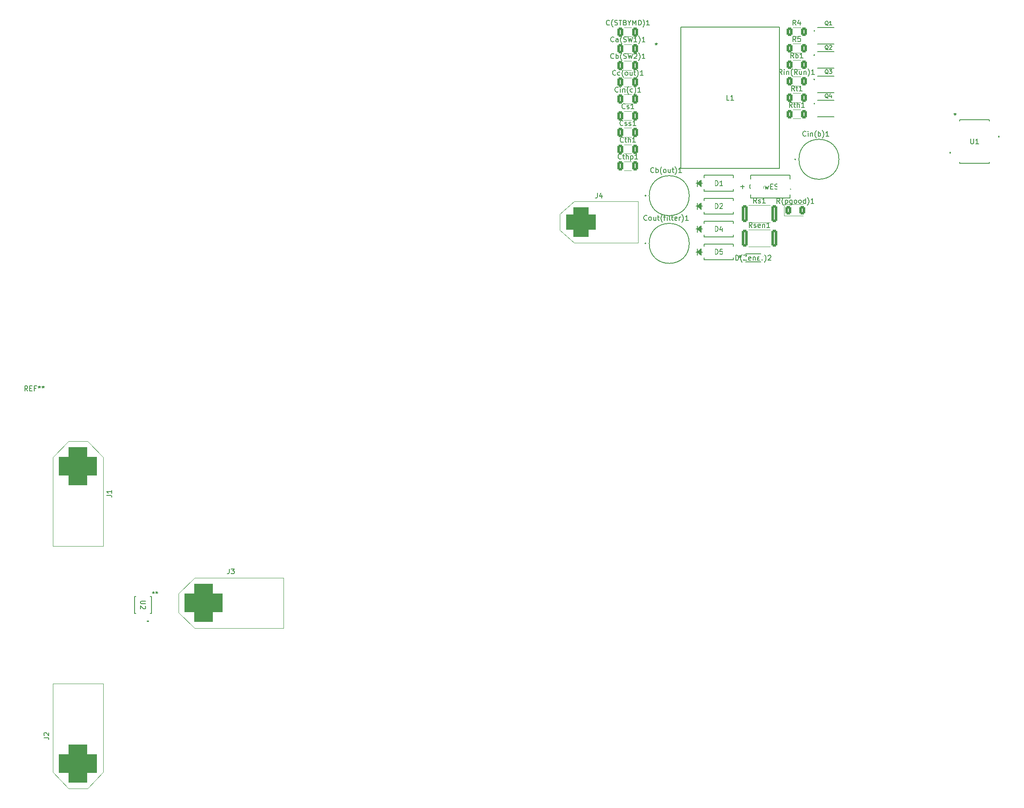
<source format=gto>
G04 #@! TF.GenerationSoftware,KiCad,Pcbnew,7.0.1*
G04 #@! TF.CreationDate,2023-04-06T04:35:05-07:00*
G04 #@! TF.ProjectId,rps01,72707330-312e-46b6-9963-61645f706362,0*
G04 #@! TF.SameCoordinates,Original*
G04 #@! TF.FileFunction,Legend,Top*
G04 #@! TF.FilePolarity,Positive*
%FSLAX46Y46*%
G04 Gerber Fmt 4.6, Leading zero omitted, Abs format (unit mm)*
G04 Created by KiCad (PCBNEW 7.0.1) date 2023-04-06 04:35:05*
%MOMM*%
%LPD*%
G01*
G04 APERTURE LIST*
G04 Aperture macros list*
%AMRoundRect*
0 Rectangle with rounded corners*
0 $1 Rounding radius*
0 $2 $3 $4 $5 $6 $7 $8 $9 X,Y pos of 4 corners*
0 Add a 4 corners polygon primitive as box body*
4,1,4,$2,$3,$4,$5,$6,$7,$8,$9,$2,$3,0*
0 Add four circle primitives for the rounded corners*
1,1,$1+$1,$2,$3*
1,1,$1+$1,$4,$5*
1,1,$1+$1,$6,$7*
1,1,$1+$1,$8,$9*
0 Add four rect primitives between the rounded corners*
20,1,$1+$1,$2,$3,$4,$5,0*
20,1,$1+$1,$4,$5,$6,$7,0*
20,1,$1+$1,$6,$7,$8,$9,0*
20,1,$1+$1,$8,$9,$2,$3,0*%
G04 Aperture macros list end*
%ADD10C,0.150000*%
%ADD11C,0.120000*%
%ADD12C,0.152400*%
%ADD13C,0.200000*%
%ADD14C,0.127000*%
%ADD15C,0.010000*%
%ADD16RoundRect,1.900000X1.900000X-1.900000X1.900000X1.900000X-1.900000X1.900000X-1.900000X-1.900000X0*%
%ADD17C,7.600000*%
%ADD18R,2.184400X1.625600*%
%ADD19RoundRect,0.250000X-0.362500X-1.425000X0.362500X-1.425000X0.362500X1.425000X-0.362500X1.425000X0*%
%ADD20RoundRect,0.250000X-0.325000X-0.650000X0.325000X-0.650000X0.325000X0.650000X-0.325000X0.650000X0*%
%ADD21RoundRect,0.250000X-0.312500X-0.625000X0.312500X-0.625000X0.312500X0.625000X-0.312500X0.625000X0*%
%ADD22R,1.200000X1.200000*%
%ADD23C,1.200000*%
%ADD24R,0.700000X0.420000*%
%ADD25RoundRect,0.250000X-0.375000X-0.625000X0.375000X-0.625000X0.375000X0.625000X-0.375000X0.625000X0*%
%ADD26R,0.279400X1.333500*%
%ADD27R,2.560396X2.499995*%
%ADD28RoundRect,1.900000X-1.900000X1.900000X-1.900000X-1.900000X1.900000X-1.900000X1.900000X1.900000X0*%
%ADD29R,1.651000X0.431800*%
%ADD30R,1.111200X0.600800*%
%ADD31RoundRect,1.900000X-1.900000X-1.900000X1.900000X-1.900000X1.900000X1.900000X-1.900000X1.900000X0*%
%ADD32RoundRect,1.500000X-1.500000X-1.500000X1.500000X-1.500000X1.500000X1.500000X-1.500000X1.500000X0*%
%ADD33C,6.000000*%
%ADD34R,4.521200X4.241800*%
G04 APERTURE END LIST*
D10*
X15912619Y-82833333D02*
X16626904Y-82833333D01*
X16626904Y-82833333D02*
X16769761Y-82880952D01*
X16769761Y-82880952D02*
X16865000Y-82976190D01*
X16865000Y-82976190D02*
X16912619Y-83119047D01*
X16912619Y-83119047D02*
X16912619Y-83214285D01*
X16007857Y-82404761D02*
X15960238Y-82357142D01*
X15960238Y-82357142D02*
X15912619Y-82261904D01*
X15912619Y-82261904D02*
X15912619Y-82023809D01*
X15912619Y-82023809D02*
X15960238Y-81928571D01*
X15960238Y-81928571D02*
X16007857Y-81880952D01*
X16007857Y-81880952D02*
X16103095Y-81833333D01*
X16103095Y-81833333D02*
X16198333Y-81833333D01*
X16198333Y-81833333D02*
X16341190Y-81880952D01*
X16341190Y-81880952D02*
X16912619Y-82452380D01*
X16912619Y-82452380D02*
X16912619Y-81833333D01*
X150227605Y18498880D02*
X150227605Y19498880D01*
X150227605Y19498880D02*
X150465700Y19498880D01*
X150465700Y19498880D02*
X150608557Y19451261D01*
X150608557Y19451261D02*
X150703795Y19356023D01*
X150703795Y19356023D02*
X150751414Y19260785D01*
X150751414Y19260785D02*
X150799033Y19070309D01*
X150799033Y19070309D02*
X150799033Y18927452D01*
X150799033Y18927452D02*
X150751414Y18736976D01*
X150751414Y18736976D02*
X150703795Y18641738D01*
X150703795Y18641738D02*
X150608557Y18546500D01*
X150608557Y18546500D02*
X150465700Y18498880D01*
X150465700Y18498880D02*
X150227605Y18498880D01*
X151656176Y19165547D02*
X151656176Y18498880D01*
X151418081Y19546500D02*
X151179986Y18832214D01*
X151179986Y18832214D02*
X151799033Y18832214D01*
X158511071Y24167380D02*
X158177738Y24643571D01*
X157939643Y24167380D02*
X157939643Y25167380D01*
X157939643Y25167380D02*
X158320595Y25167380D01*
X158320595Y25167380D02*
X158415833Y25119761D01*
X158415833Y25119761D02*
X158463452Y25072142D01*
X158463452Y25072142D02*
X158511071Y24976904D01*
X158511071Y24976904D02*
X158511071Y24834047D01*
X158511071Y24834047D02*
X158463452Y24738809D01*
X158463452Y24738809D02*
X158415833Y24691190D01*
X158415833Y24691190D02*
X158320595Y24643571D01*
X158320595Y24643571D02*
X157939643Y24643571D01*
X158892024Y24215000D02*
X158987262Y24167380D01*
X158987262Y24167380D02*
X159177738Y24167380D01*
X159177738Y24167380D02*
X159272976Y24215000D01*
X159272976Y24215000D02*
X159320595Y24310238D01*
X159320595Y24310238D02*
X159320595Y24357857D01*
X159320595Y24357857D02*
X159272976Y24453095D01*
X159272976Y24453095D02*
X159177738Y24500714D01*
X159177738Y24500714D02*
X159034881Y24500714D01*
X159034881Y24500714D02*
X158939643Y24548333D01*
X158939643Y24548333D02*
X158892024Y24643571D01*
X158892024Y24643571D02*
X158892024Y24691190D01*
X158892024Y24691190D02*
X158939643Y24786428D01*
X158939643Y24786428D02*
X159034881Y24834047D01*
X159034881Y24834047D02*
X159177738Y24834047D01*
X159177738Y24834047D02*
X159272976Y24786428D01*
X160272976Y24167380D02*
X159701548Y24167380D01*
X159987262Y24167380D02*
X159987262Y25167380D01*
X159987262Y25167380D02*
X159892024Y25024523D01*
X159892024Y25024523D02*
X159796786Y24929285D01*
X159796786Y24929285D02*
X159701548Y24881666D01*
X131796309Y39772619D02*
X131748690Y39725000D01*
X131748690Y39725000D02*
X131605833Y39677380D01*
X131605833Y39677380D02*
X131510595Y39677380D01*
X131510595Y39677380D02*
X131367738Y39725000D01*
X131367738Y39725000D02*
X131272500Y39820238D01*
X131272500Y39820238D02*
X131224881Y39915476D01*
X131224881Y39915476D02*
X131177262Y40105952D01*
X131177262Y40105952D02*
X131177262Y40248809D01*
X131177262Y40248809D02*
X131224881Y40439285D01*
X131224881Y40439285D02*
X131272500Y40534523D01*
X131272500Y40534523D02*
X131367738Y40629761D01*
X131367738Y40629761D02*
X131510595Y40677380D01*
X131510595Y40677380D02*
X131605833Y40677380D01*
X131605833Y40677380D02*
X131748690Y40629761D01*
X131748690Y40629761D02*
X131796309Y40582142D01*
X132177262Y39725000D02*
X132272500Y39677380D01*
X132272500Y39677380D02*
X132462976Y39677380D01*
X132462976Y39677380D02*
X132558214Y39725000D01*
X132558214Y39725000D02*
X132605833Y39820238D01*
X132605833Y39820238D02*
X132605833Y39867857D01*
X132605833Y39867857D02*
X132558214Y39963095D01*
X132558214Y39963095D02*
X132462976Y40010714D01*
X132462976Y40010714D02*
X132320119Y40010714D01*
X132320119Y40010714D02*
X132224881Y40058333D01*
X132224881Y40058333D02*
X132177262Y40153571D01*
X132177262Y40153571D02*
X132177262Y40201190D01*
X132177262Y40201190D02*
X132224881Y40296428D01*
X132224881Y40296428D02*
X132320119Y40344047D01*
X132320119Y40344047D02*
X132462976Y40344047D01*
X132462976Y40344047D02*
X132558214Y40296428D01*
X132986786Y39725000D02*
X133082024Y39677380D01*
X133082024Y39677380D02*
X133272500Y39677380D01*
X133272500Y39677380D02*
X133367738Y39725000D01*
X133367738Y39725000D02*
X133415357Y39820238D01*
X133415357Y39820238D02*
X133415357Y39867857D01*
X133415357Y39867857D02*
X133367738Y39963095D01*
X133367738Y39963095D02*
X133272500Y40010714D01*
X133272500Y40010714D02*
X133129643Y40010714D01*
X133129643Y40010714D02*
X133034405Y40058333D01*
X133034405Y40058333D02*
X132986786Y40153571D01*
X132986786Y40153571D02*
X132986786Y40201190D01*
X132986786Y40201190D02*
X133034405Y40296428D01*
X133034405Y40296428D02*
X133129643Y40344047D01*
X133129643Y40344047D02*
X133272500Y40344047D01*
X133272500Y40344047D02*
X133367738Y40296428D01*
X134367738Y39677380D02*
X133796310Y39677380D01*
X134082024Y39677380D02*
X134082024Y40677380D01*
X134082024Y40677380D02*
X133986786Y40534523D01*
X133986786Y40534523D02*
X133891548Y40439285D01*
X133891548Y40439285D02*
X133796310Y40391666D01*
X165657737Y43327380D02*
X165324404Y43803571D01*
X165086309Y43327380D02*
X165086309Y44327380D01*
X165086309Y44327380D02*
X165467261Y44327380D01*
X165467261Y44327380D02*
X165562499Y44279761D01*
X165562499Y44279761D02*
X165610118Y44232142D01*
X165610118Y44232142D02*
X165657737Y44136904D01*
X165657737Y44136904D02*
X165657737Y43994047D01*
X165657737Y43994047D02*
X165610118Y43898809D01*
X165610118Y43898809D02*
X165562499Y43851190D01*
X165562499Y43851190D02*
X165467261Y43803571D01*
X165467261Y43803571D02*
X165086309Y43803571D01*
X165943452Y43994047D02*
X166324404Y43994047D01*
X166086309Y44327380D02*
X166086309Y43470238D01*
X166086309Y43470238D02*
X166133928Y43375000D01*
X166133928Y43375000D02*
X166229166Y43327380D01*
X166229166Y43327380D02*
X166324404Y43327380D01*
X166657738Y43327380D02*
X166657738Y44327380D01*
X167086309Y43327380D02*
X167086309Y43851190D01*
X167086309Y43851190D02*
X167038690Y43946428D01*
X167038690Y43946428D02*
X166943452Y43994047D01*
X166943452Y43994047D02*
X166800595Y43994047D01*
X166800595Y43994047D02*
X166705357Y43946428D01*
X166705357Y43946428D02*
X166657738Y43898809D01*
X168086309Y43327380D02*
X167514881Y43327380D01*
X167800595Y43327380D02*
X167800595Y44327380D01*
X167800595Y44327380D02*
X167705357Y44184523D01*
X167705357Y44184523D02*
X167610119Y44089285D01*
X167610119Y44089285D02*
X167514881Y44041666D01*
X12666666Y-13442619D02*
X12333333Y-12966428D01*
X12095238Y-13442619D02*
X12095238Y-12442619D01*
X12095238Y-12442619D02*
X12476190Y-12442619D01*
X12476190Y-12442619D02*
X12571428Y-12490238D01*
X12571428Y-12490238D02*
X12619047Y-12537857D01*
X12619047Y-12537857D02*
X12666666Y-12633095D01*
X12666666Y-12633095D02*
X12666666Y-12775952D01*
X12666666Y-12775952D02*
X12619047Y-12871190D01*
X12619047Y-12871190D02*
X12571428Y-12918809D01*
X12571428Y-12918809D02*
X12476190Y-12966428D01*
X12476190Y-12966428D02*
X12095238Y-12966428D01*
X13095238Y-12918809D02*
X13428571Y-12918809D01*
X13571428Y-13442619D02*
X13095238Y-13442619D01*
X13095238Y-13442619D02*
X13095238Y-12442619D01*
X13095238Y-12442619D02*
X13571428Y-12442619D01*
X14333333Y-12918809D02*
X14000000Y-12918809D01*
X14000000Y-13442619D02*
X14000000Y-12442619D01*
X14000000Y-12442619D02*
X14476190Y-12442619D01*
X15000000Y-12442619D02*
X15000000Y-12680714D01*
X14761905Y-12585476D02*
X15000000Y-12680714D01*
X15000000Y-12680714D02*
X15238095Y-12585476D01*
X14857143Y-12871190D02*
X15000000Y-12680714D01*
X15000000Y-12680714D02*
X15142857Y-12871190D01*
X15761905Y-12442619D02*
X15761905Y-12680714D01*
X15523810Y-12585476D02*
X15761905Y-12680714D01*
X15761905Y-12680714D02*
X16000000Y-12585476D01*
X15619048Y-12871190D02*
X15761905Y-12680714D01*
X15761905Y-12680714D02*
X15904762Y-12871190D01*
X132201071Y43122619D02*
X132153452Y43075000D01*
X132153452Y43075000D02*
X132010595Y43027380D01*
X132010595Y43027380D02*
X131915357Y43027380D01*
X131915357Y43027380D02*
X131772500Y43075000D01*
X131772500Y43075000D02*
X131677262Y43170238D01*
X131677262Y43170238D02*
X131629643Y43265476D01*
X131629643Y43265476D02*
X131582024Y43455952D01*
X131582024Y43455952D02*
X131582024Y43598809D01*
X131582024Y43598809D02*
X131629643Y43789285D01*
X131629643Y43789285D02*
X131677262Y43884523D01*
X131677262Y43884523D02*
X131772500Y43979761D01*
X131772500Y43979761D02*
X131915357Y44027380D01*
X131915357Y44027380D02*
X132010595Y44027380D01*
X132010595Y44027380D02*
X132153452Y43979761D01*
X132153452Y43979761D02*
X132201071Y43932142D01*
X132582024Y43075000D02*
X132677262Y43027380D01*
X132677262Y43027380D02*
X132867738Y43027380D01*
X132867738Y43027380D02*
X132962976Y43075000D01*
X132962976Y43075000D02*
X133010595Y43170238D01*
X133010595Y43170238D02*
X133010595Y43217857D01*
X133010595Y43217857D02*
X132962976Y43313095D01*
X132962976Y43313095D02*
X132867738Y43360714D01*
X132867738Y43360714D02*
X132724881Y43360714D01*
X132724881Y43360714D02*
X132629643Y43408333D01*
X132629643Y43408333D02*
X132582024Y43503571D01*
X132582024Y43503571D02*
X132582024Y43551190D01*
X132582024Y43551190D02*
X132629643Y43646428D01*
X132629643Y43646428D02*
X132724881Y43694047D01*
X132724881Y43694047D02*
X132867738Y43694047D01*
X132867738Y43694047D02*
X132962976Y43646428D01*
X133962976Y43027380D02*
X133391548Y43027380D01*
X133677262Y43027380D02*
X133677262Y44027380D01*
X133677262Y44027380D02*
X133582024Y43884523D01*
X133582024Y43884523D02*
X133486786Y43789285D01*
X133486786Y43789285D02*
X133391548Y43741666D01*
X136579165Y20807619D02*
X136531546Y20760000D01*
X136531546Y20760000D02*
X136388689Y20712380D01*
X136388689Y20712380D02*
X136293451Y20712380D01*
X136293451Y20712380D02*
X136150594Y20760000D01*
X136150594Y20760000D02*
X136055356Y20855238D01*
X136055356Y20855238D02*
X136007737Y20950476D01*
X136007737Y20950476D02*
X135960118Y21140952D01*
X135960118Y21140952D02*
X135960118Y21283809D01*
X135960118Y21283809D02*
X136007737Y21474285D01*
X136007737Y21474285D02*
X136055356Y21569523D01*
X136055356Y21569523D02*
X136150594Y21664761D01*
X136150594Y21664761D02*
X136293451Y21712380D01*
X136293451Y21712380D02*
X136388689Y21712380D01*
X136388689Y21712380D02*
X136531546Y21664761D01*
X136531546Y21664761D02*
X136579165Y21617142D01*
X137150594Y20712380D02*
X137055356Y20760000D01*
X137055356Y20760000D02*
X137007737Y20807619D01*
X137007737Y20807619D02*
X136960118Y20902857D01*
X136960118Y20902857D02*
X136960118Y21188571D01*
X136960118Y21188571D02*
X137007737Y21283809D01*
X137007737Y21283809D02*
X137055356Y21331428D01*
X137055356Y21331428D02*
X137150594Y21379047D01*
X137150594Y21379047D02*
X137293451Y21379047D01*
X137293451Y21379047D02*
X137388689Y21331428D01*
X137388689Y21331428D02*
X137436308Y21283809D01*
X137436308Y21283809D02*
X137483927Y21188571D01*
X137483927Y21188571D02*
X137483927Y20902857D01*
X137483927Y20902857D02*
X137436308Y20807619D01*
X137436308Y20807619D02*
X137388689Y20760000D01*
X137388689Y20760000D02*
X137293451Y20712380D01*
X137293451Y20712380D02*
X137150594Y20712380D01*
X138341070Y21379047D02*
X138341070Y20712380D01*
X137912499Y21379047D02*
X137912499Y20855238D01*
X137912499Y20855238D02*
X137960118Y20760000D01*
X137960118Y20760000D02*
X138055356Y20712380D01*
X138055356Y20712380D02*
X138198213Y20712380D01*
X138198213Y20712380D02*
X138293451Y20760000D01*
X138293451Y20760000D02*
X138341070Y20807619D01*
X138674404Y21379047D02*
X139055356Y21379047D01*
X138817261Y21712380D02*
X138817261Y20855238D01*
X138817261Y20855238D02*
X138864880Y20760000D01*
X138864880Y20760000D02*
X138960118Y20712380D01*
X138960118Y20712380D02*
X139055356Y20712380D01*
X139674404Y20331428D02*
X139626785Y20379047D01*
X139626785Y20379047D02*
X139531547Y20521904D01*
X139531547Y20521904D02*
X139483928Y20617142D01*
X139483928Y20617142D02*
X139436309Y20760000D01*
X139436309Y20760000D02*
X139388690Y20998095D01*
X139388690Y20998095D02*
X139388690Y21188571D01*
X139388690Y21188571D02*
X139436309Y21426666D01*
X139436309Y21426666D02*
X139483928Y21569523D01*
X139483928Y21569523D02*
X139531547Y21664761D01*
X139531547Y21664761D02*
X139626785Y21807619D01*
X139626785Y21807619D02*
X139674404Y21855238D01*
X139912500Y21379047D02*
X140293452Y21379047D01*
X140055357Y20712380D02*
X140055357Y21569523D01*
X140055357Y21569523D02*
X140102976Y21664761D01*
X140102976Y21664761D02*
X140198214Y21712380D01*
X140198214Y21712380D02*
X140293452Y21712380D01*
X140626786Y20712380D02*
X140626786Y21379047D01*
X140626786Y21712380D02*
X140579167Y21664761D01*
X140579167Y21664761D02*
X140626786Y21617142D01*
X140626786Y21617142D02*
X140674405Y21664761D01*
X140674405Y21664761D02*
X140626786Y21712380D01*
X140626786Y21712380D02*
X140626786Y21617142D01*
X141245833Y20712380D02*
X141150595Y20760000D01*
X141150595Y20760000D02*
X141102976Y20855238D01*
X141102976Y20855238D02*
X141102976Y21712380D01*
X141483929Y21379047D02*
X141864881Y21379047D01*
X141626786Y21712380D02*
X141626786Y20855238D01*
X141626786Y20855238D02*
X141674405Y20760000D01*
X141674405Y20760000D02*
X141769643Y20712380D01*
X141769643Y20712380D02*
X141864881Y20712380D01*
X142579167Y20760000D02*
X142483929Y20712380D01*
X142483929Y20712380D02*
X142293453Y20712380D01*
X142293453Y20712380D02*
X142198215Y20760000D01*
X142198215Y20760000D02*
X142150596Y20855238D01*
X142150596Y20855238D02*
X142150596Y21236190D01*
X142150596Y21236190D02*
X142198215Y21331428D01*
X142198215Y21331428D02*
X142293453Y21379047D01*
X142293453Y21379047D02*
X142483929Y21379047D01*
X142483929Y21379047D02*
X142579167Y21331428D01*
X142579167Y21331428D02*
X142626786Y21236190D01*
X142626786Y21236190D02*
X142626786Y21140952D01*
X142626786Y21140952D02*
X142150596Y21045714D01*
X143055358Y20712380D02*
X143055358Y21379047D01*
X143055358Y21188571D02*
X143102977Y21283809D01*
X143102977Y21283809D02*
X143150596Y21331428D01*
X143150596Y21331428D02*
X143245834Y21379047D01*
X143245834Y21379047D02*
X143341072Y21379047D01*
X143579168Y20331428D02*
X143626787Y20379047D01*
X143626787Y20379047D02*
X143722025Y20521904D01*
X143722025Y20521904D02*
X143769644Y20617142D01*
X143769644Y20617142D02*
X143817263Y20760000D01*
X143817263Y20760000D02*
X143864882Y20998095D01*
X143864882Y20998095D02*
X143864882Y21188571D01*
X143864882Y21188571D02*
X143817263Y21426666D01*
X143817263Y21426666D02*
X143769644Y21569523D01*
X143769644Y21569523D02*
X143722025Y21664761D01*
X143722025Y21664761D02*
X143626787Y21807619D01*
X143626787Y21807619D02*
X143579168Y21855238D01*
X144864882Y20712380D02*
X144293454Y20712380D01*
X144579168Y20712380D02*
X144579168Y21712380D01*
X144579168Y21712380D02*
X144483930Y21569523D01*
X144483930Y21569523D02*
X144388692Y21474285D01*
X144388692Y21474285D02*
X144293454Y21426666D01*
X172831309Y59701714D02*
X172755119Y59739809D01*
X172755119Y59739809D02*
X172678928Y59816000D01*
X172678928Y59816000D02*
X172564642Y59930285D01*
X172564642Y59930285D02*
X172488452Y59968380D01*
X172488452Y59968380D02*
X172412261Y59968380D01*
X172450357Y59777904D02*
X172374166Y59816000D01*
X172374166Y59816000D02*
X172297976Y59892190D01*
X172297976Y59892190D02*
X172259880Y60044571D01*
X172259880Y60044571D02*
X172259880Y60311238D01*
X172259880Y60311238D02*
X172297976Y60463619D01*
X172297976Y60463619D02*
X172374166Y60539809D01*
X172374166Y60539809D02*
X172450357Y60577904D01*
X172450357Y60577904D02*
X172602738Y60577904D01*
X172602738Y60577904D02*
X172678928Y60539809D01*
X172678928Y60539809D02*
X172755119Y60463619D01*
X172755119Y60463619D02*
X172793214Y60311238D01*
X172793214Y60311238D02*
X172793214Y60044571D01*
X172793214Y60044571D02*
X172755119Y59892190D01*
X172755119Y59892190D02*
X172678928Y59816000D01*
X172678928Y59816000D02*
X172602738Y59777904D01*
X172602738Y59777904D02*
X172450357Y59777904D01*
X173555118Y59777904D02*
X173097975Y59777904D01*
X173326547Y59777904D02*
X173326547Y60577904D01*
X173326547Y60577904D02*
X173250356Y60463619D01*
X173250356Y60463619D02*
X173174166Y60387428D01*
X173174166Y60387428D02*
X173097975Y60349333D01*
X131415356Y33072619D02*
X131367737Y33025000D01*
X131367737Y33025000D02*
X131224880Y32977380D01*
X131224880Y32977380D02*
X131129642Y32977380D01*
X131129642Y32977380D02*
X130986785Y33025000D01*
X130986785Y33025000D02*
X130891547Y33120238D01*
X130891547Y33120238D02*
X130843928Y33215476D01*
X130843928Y33215476D02*
X130796309Y33405952D01*
X130796309Y33405952D02*
X130796309Y33548809D01*
X130796309Y33548809D02*
X130843928Y33739285D01*
X130843928Y33739285D02*
X130891547Y33834523D01*
X130891547Y33834523D02*
X130986785Y33929761D01*
X130986785Y33929761D02*
X131129642Y33977380D01*
X131129642Y33977380D02*
X131224880Y33977380D01*
X131224880Y33977380D02*
X131367737Y33929761D01*
X131367737Y33929761D02*
X131415356Y33882142D01*
X131701071Y33644047D02*
X132082023Y33644047D01*
X131843928Y33977380D02*
X131843928Y33120238D01*
X131843928Y33120238D02*
X131891547Y33025000D01*
X131891547Y33025000D02*
X131986785Y32977380D01*
X131986785Y32977380D02*
X132082023Y32977380D01*
X132415357Y32977380D02*
X132415357Y33977380D01*
X132843928Y32977380D02*
X132843928Y33501190D01*
X132843928Y33501190D02*
X132796309Y33596428D01*
X132796309Y33596428D02*
X132701071Y33644047D01*
X132701071Y33644047D02*
X132558214Y33644047D01*
X132558214Y33644047D02*
X132462976Y33596428D01*
X132462976Y33596428D02*
X132415357Y33548809D01*
X133320119Y33644047D02*
X133320119Y32644047D01*
X133320119Y33596428D02*
X133415357Y33644047D01*
X133415357Y33644047D02*
X133605833Y33644047D01*
X133605833Y33644047D02*
X133701071Y33596428D01*
X133701071Y33596428D02*
X133748690Y33548809D01*
X133748690Y33548809D02*
X133796309Y33453571D01*
X133796309Y33453571D02*
X133796309Y33167857D01*
X133796309Y33167857D02*
X133748690Y33072619D01*
X133748690Y33072619D02*
X133701071Y33025000D01*
X133701071Y33025000D02*
X133605833Y32977380D01*
X133605833Y32977380D02*
X133415357Y32977380D01*
X133415357Y32977380D02*
X133320119Y33025000D01*
X134748690Y32977380D02*
X134177262Y32977380D01*
X134462976Y32977380D02*
X134462976Y33977380D01*
X134462976Y33977380D02*
X134367738Y33834523D01*
X134367738Y33834523D02*
X134272500Y33739285D01*
X134272500Y33739285D02*
X134177262Y33691666D01*
X150227605Y13917480D02*
X150227605Y14917480D01*
X150227605Y14917480D02*
X150465700Y14917480D01*
X150465700Y14917480D02*
X150608557Y14869861D01*
X150608557Y14869861D02*
X150703795Y14774623D01*
X150703795Y14774623D02*
X150751414Y14679385D01*
X150751414Y14679385D02*
X150799033Y14488909D01*
X150799033Y14488909D02*
X150799033Y14346052D01*
X150799033Y14346052D02*
X150751414Y14155576D01*
X150751414Y14155576D02*
X150703795Y14060338D01*
X150703795Y14060338D02*
X150608557Y13965100D01*
X150608557Y13965100D02*
X150465700Y13917480D01*
X150465700Y13917480D02*
X150227605Y13917480D01*
X151703795Y14917480D02*
X151227605Y14917480D01*
X151227605Y14917480D02*
X151179986Y14441290D01*
X151179986Y14441290D02*
X151227605Y14488909D01*
X151227605Y14488909D02*
X151322843Y14536528D01*
X151322843Y14536528D02*
X151560938Y14536528D01*
X151560938Y14536528D02*
X151656176Y14488909D01*
X151656176Y14488909D02*
X151703795Y14441290D01*
X151703795Y14441290D02*
X151751414Y14346052D01*
X151751414Y14346052D02*
X151751414Y14107957D01*
X151751414Y14107957D02*
X151703795Y14012719D01*
X151703795Y14012719D02*
X151656176Y13965100D01*
X151656176Y13965100D02*
X151560938Y13917480D01*
X151560938Y13917480D02*
X151322843Y13917480D01*
X151322843Y13917480D02*
X151227605Y13965100D01*
X151227605Y13965100D02*
X151179986Y14012719D01*
X129082023Y59872619D02*
X129034404Y59825000D01*
X129034404Y59825000D02*
X128891547Y59777380D01*
X128891547Y59777380D02*
X128796309Y59777380D01*
X128796309Y59777380D02*
X128653452Y59825000D01*
X128653452Y59825000D02*
X128558214Y59920238D01*
X128558214Y59920238D02*
X128510595Y60015476D01*
X128510595Y60015476D02*
X128462976Y60205952D01*
X128462976Y60205952D02*
X128462976Y60348809D01*
X128462976Y60348809D02*
X128510595Y60539285D01*
X128510595Y60539285D02*
X128558214Y60634523D01*
X128558214Y60634523D02*
X128653452Y60729761D01*
X128653452Y60729761D02*
X128796309Y60777380D01*
X128796309Y60777380D02*
X128891547Y60777380D01*
X128891547Y60777380D02*
X129034404Y60729761D01*
X129034404Y60729761D02*
X129082023Y60682142D01*
X129796309Y59396428D02*
X129748690Y59444047D01*
X129748690Y59444047D02*
X129653452Y59586904D01*
X129653452Y59586904D02*
X129605833Y59682142D01*
X129605833Y59682142D02*
X129558214Y59825000D01*
X129558214Y59825000D02*
X129510595Y60063095D01*
X129510595Y60063095D02*
X129510595Y60253571D01*
X129510595Y60253571D02*
X129558214Y60491666D01*
X129558214Y60491666D02*
X129605833Y60634523D01*
X129605833Y60634523D02*
X129653452Y60729761D01*
X129653452Y60729761D02*
X129748690Y60872619D01*
X129748690Y60872619D02*
X129796309Y60920238D01*
X130129643Y59825000D02*
X130272500Y59777380D01*
X130272500Y59777380D02*
X130510595Y59777380D01*
X130510595Y59777380D02*
X130605833Y59825000D01*
X130605833Y59825000D02*
X130653452Y59872619D01*
X130653452Y59872619D02*
X130701071Y59967857D01*
X130701071Y59967857D02*
X130701071Y60063095D01*
X130701071Y60063095D02*
X130653452Y60158333D01*
X130653452Y60158333D02*
X130605833Y60205952D01*
X130605833Y60205952D02*
X130510595Y60253571D01*
X130510595Y60253571D02*
X130320119Y60301190D01*
X130320119Y60301190D02*
X130224881Y60348809D01*
X130224881Y60348809D02*
X130177262Y60396428D01*
X130177262Y60396428D02*
X130129643Y60491666D01*
X130129643Y60491666D02*
X130129643Y60586904D01*
X130129643Y60586904D02*
X130177262Y60682142D01*
X130177262Y60682142D02*
X130224881Y60729761D01*
X130224881Y60729761D02*
X130320119Y60777380D01*
X130320119Y60777380D02*
X130558214Y60777380D01*
X130558214Y60777380D02*
X130701071Y60729761D01*
X130986786Y60777380D02*
X131558214Y60777380D01*
X131272500Y59777380D02*
X131272500Y60777380D01*
X132224881Y60301190D02*
X132367738Y60253571D01*
X132367738Y60253571D02*
X132415357Y60205952D01*
X132415357Y60205952D02*
X132462976Y60110714D01*
X132462976Y60110714D02*
X132462976Y59967857D01*
X132462976Y59967857D02*
X132415357Y59872619D01*
X132415357Y59872619D02*
X132367738Y59825000D01*
X132367738Y59825000D02*
X132272500Y59777380D01*
X132272500Y59777380D02*
X131891548Y59777380D01*
X131891548Y59777380D02*
X131891548Y60777380D01*
X131891548Y60777380D02*
X132224881Y60777380D01*
X132224881Y60777380D02*
X132320119Y60729761D01*
X132320119Y60729761D02*
X132367738Y60682142D01*
X132367738Y60682142D02*
X132415357Y60586904D01*
X132415357Y60586904D02*
X132415357Y60491666D01*
X132415357Y60491666D02*
X132367738Y60396428D01*
X132367738Y60396428D02*
X132320119Y60348809D01*
X132320119Y60348809D02*
X132224881Y60301190D01*
X132224881Y60301190D02*
X131891548Y60301190D01*
X133082024Y60253571D02*
X133082024Y59777380D01*
X132748691Y60777380D02*
X133082024Y60253571D01*
X133082024Y60253571D02*
X133415357Y60777380D01*
X133748691Y59777380D02*
X133748691Y60777380D01*
X133748691Y60777380D02*
X134082024Y60063095D01*
X134082024Y60063095D02*
X134415357Y60777380D01*
X134415357Y60777380D02*
X134415357Y59777380D01*
X134891548Y59777380D02*
X134891548Y60777380D01*
X134891548Y60777380D02*
X135129643Y60777380D01*
X135129643Y60777380D02*
X135272500Y60729761D01*
X135272500Y60729761D02*
X135367738Y60634523D01*
X135367738Y60634523D02*
X135415357Y60539285D01*
X135415357Y60539285D02*
X135462976Y60348809D01*
X135462976Y60348809D02*
X135462976Y60205952D01*
X135462976Y60205952D02*
X135415357Y60015476D01*
X135415357Y60015476D02*
X135367738Y59920238D01*
X135367738Y59920238D02*
X135272500Y59825000D01*
X135272500Y59825000D02*
X135129643Y59777380D01*
X135129643Y59777380D02*
X134891548Y59777380D01*
X135796310Y59396428D02*
X135843929Y59444047D01*
X135843929Y59444047D02*
X135939167Y59586904D01*
X135939167Y59586904D02*
X135986786Y59682142D01*
X135986786Y59682142D02*
X136034405Y59825000D01*
X136034405Y59825000D02*
X136082024Y60063095D01*
X136082024Y60063095D02*
X136082024Y60253571D01*
X136082024Y60253571D02*
X136034405Y60491666D01*
X136034405Y60491666D02*
X135986786Y60634523D01*
X135986786Y60634523D02*
X135939167Y60729761D01*
X135939167Y60729761D02*
X135843929Y60872619D01*
X135843929Y60872619D02*
X135796310Y60920238D01*
X137082024Y59777380D02*
X136510596Y59777380D01*
X136796310Y59777380D02*
X136796310Y60777380D01*
X136796310Y60777380D02*
X136701072Y60634523D01*
X136701072Y60634523D02*
X136605834Y60539285D01*
X136605834Y60539285D02*
X136510596Y60491666D01*
X163177261Y24117380D02*
X162843928Y24593571D01*
X162605833Y24117380D02*
X162605833Y25117380D01*
X162605833Y25117380D02*
X162986785Y25117380D01*
X162986785Y25117380D02*
X163082023Y25069761D01*
X163082023Y25069761D02*
X163129642Y25022142D01*
X163129642Y25022142D02*
X163177261Y24926904D01*
X163177261Y24926904D02*
X163177261Y24784047D01*
X163177261Y24784047D02*
X163129642Y24688809D01*
X163129642Y24688809D02*
X163082023Y24641190D01*
X163082023Y24641190D02*
X162986785Y24593571D01*
X162986785Y24593571D02*
X162605833Y24593571D01*
X163891547Y23736428D02*
X163843928Y23784047D01*
X163843928Y23784047D02*
X163748690Y23926904D01*
X163748690Y23926904D02*
X163701071Y24022142D01*
X163701071Y24022142D02*
X163653452Y24165000D01*
X163653452Y24165000D02*
X163605833Y24403095D01*
X163605833Y24403095D02*
X163605833Y24593571D01*
X163605833Y24593571D02*
X163653452Y24831666D01*
X163653452Y24831666D02*
X163701071Y24974523D01*
X163701071Y24974523D02*
X163748690Y25069761D01*
X163748690Y25069761D02*
X163843928Y25212619D01*
X163843928Y25212619D02*
X163891547Y25260238D01*
X164272500Y24784047D02*
X164272500Y23784047D01*
X164272500Y24736428D02*
X164367738Y24784047D01*
X164367738Y24784047D02*
X164558214Y24784047D01*
X164558214Y24784047D02*
X164653452Y24736428D01*
X164653452Y24736428D02*
X164701071Y24688809D01*
X164701071Y24688809D02*
X164748690Y24593571D01*
X164748690Y24593571D02*
X164748690Y24307857D01*
X164748690Y24307857D02*
X164701071Y24212619D01*
X164701071Y24212619D02*
X164653452Y24165000D01*
X164653452Y24165000D02*
X164558214Y24117380D01*
X164558214Y24117380D02*
X164367738Y24117380D01*
X164367738Y24117380D02*
X164272500Y24165000D01*
X165605833Y24784047D02*
X165605833Y23974523D01*
X165605833Y23974523D02*
X165558214Y23879285D01*
X165558214Y23879285D02*
X165510595Y23831666D01*
X165510595Y23831666D02*
X165415357Y23784047D01*
X165415357Y23784047D02*
X165272500Y23784047D01*
X165272500Y23784047D02*
X165177262Y23831666D01*
X165605833Y24165000D02*
X165510595Y24117380D01*
X165510595Y24117380D02*
X165320119Y24117380D01*
X165320119Y24117380D02*
X165224881Y24165000D01*
X165224881Y24165000D02*
X165177262Y24212619D01*
X165177262Y24212619D02*
X165129643Y24307857D01*
X165129643Y24307857D02*
X165129643Y24593571D01*
X165129643Y24593571D02*
X165177262Y24688809D01*
X165177262Y24688809D02*
X165224881Y24736428D01*
X165224881Y24736428D02*
X165320119Y24784047D01*
X165320119Y24784047D02*
X165510595Y24784047D01*
X165510595Y24784047D02*
X165605833Y24736428D01*
X166224881Y24117380D02*
X166129643Y24165000D01*
X166129643Y24165000D02*
X166082024Y24212619D01*
X166082024Y24212619D02*
X166034405Y24307857D01*
X166034405Y24307857D02*
X166034405Y24593571D01*
X166034405Y24593571D02*
X166082024Y24688809D01*
X166082024Y24688809D02*
X166129643Y24736428D01*
X166129643Y24736428D02*
X166224881Y24784047D01*
X166224881Y24784047D02*
X166367738Y24784047D01*
X166367738Y24784047D02*
X166462976Y24736428D01*
X166462976Y24736428D02*
X166510595Y24688809D01*
X166510595Y24688809D02*
X166558214Y24593571D01*
X166558214Y24593571D02*
X166558214Y24307857D01*
X166558214Y24307857D02*
X166510595Y24212619D01*
X166510595Y24212619D02*
X166462976Y24165000D01*
X166462976Y24165000D02*
X166367738Y24117380D01*
X166367738Y24117380D02*
X166224881Y24117380D01*
X167129643Y24117380D02*
X167034405Y24165000D01*
X167034405Y24165000D02*
X166986786Y24212619D01*
X166986786Y24212619D02*
X166939167Y24307857D01*
X166939167Y24307857D02*
X166939167Y24593571D01*
X166939167Y24593571D02*
X166986786Y24688809D01*
X166986786Y24688809D02*
X167034405Y24736428D01*
X167034405Y24736428D02*
X167129643Y24784047D01*
X167129643Y24784047D02*
X167272500Y24784047D01*
X167272500Y24784047D02*
X167367738Y24736428D01*
X167367738Y24736428D02*
X167415357Y24688809D01*
X167415357Y24688809D02*
X167462976Y24593571D01*
X167462976Y24593571D02*
X167462976Y24307857D01*
X167462976Y24307857D02*
X167415357Y24212619D01*
X167415357Y24212619D02*
X167367738Y24165000D01*
X167367738Y24165000D02*
X167272500Y24117380D01*
X167272500Y24117380D02*
X167129643Y24117380D01*
X168320119Y24117380D02*
X168320119Y25117380D01*
X168320119Y24165000D02*
X168224881Y24117380D01*
X168224881Y24117380D02*
X168034405Y24117380D01*
X168034405Y24117380D02*
X167939167Y24165000D01*
X167939167Y24165000D02*
X167891548Y24212619D01*
X167891548Y24212619D02*
X167843929Y24307857D01*
X167843929Y24307857D02*
X167843929Y24593571D01*
X167843929Y24593571D02*
X167891548Y24688809D01*
X167891548Y24688809D02*
X167939167Y24736428D01*
X167939167Y24736428D02*
X168034405Y24784047D01*
X168034405Y24784047D02*
X168224881Y24784047D01*
X168224881Y24784047D02*
X168320119Y24736428D01*
X168701072Y23736428D02*
X168748691Y23784047D01*
X168748691Y23784047D02*
X168843929Y23926904D01*
X168843929Y23926904D02*
X168891548Y24022142D01*
X168891548Y24022142D02*
X168939167Y24165000D01*
X168939167Y24165000D02*
X168986786Y24403095D01*
X168986786Y24403095D02*
X168986786Y24593571D01*
X168986786Y24593571D02*
X168939167Y24831666D01*
X168939167Y24831666D02*
X168891548Y24974523D01*
X168891548Y24974523D02*
X168843929Y25069761D01*
X168843929Y25069761D02*
X168748691Y25212619D01*
X168748691Y25212619D02*
X168701072Y25260238D01*
X169986786Y24117380D02*
X169415358Y24117380D01*
X169701072Y24117380D02*
X169701072Y25117380D01*
X169701072Y25117380D02*
X169605834Y24974523D01*
X169605834Y24974523D02*
X169510596Y24879285D01*
X169510596Y24879285D02*
X169415358Y24831666D01*
X36287380Y-55488095D02*
X35477857Y-55488095D01*
X35477857Y-55488095D02*
X35382619Y-55535714D01*
X35382619Y-55535714D02*
X35335000Y-55583333D01*
X35335000Y-55583333D02*
X35287380Y-55678571D01*
X35287380Y-55678571D02*
X35287380Y-55869047D01*
X35287380Y-55869047D02*
X35335000Y-55964285D01*
X35335000Y-55964285D02*
X35382619Y-56011904D01*
X35382619Y-56011904D02*
X35477857Y-56059523D01*
X35477857Y-56059523D02*
X36287380Y-56059523D01*
X36192142Y-56488095D02*
X36239761Y-56535714D01*
X36239761Y-56535714D02*
X36287380Y-56630952D01*
X36287380Y-56630952D02*
X36287380Y-56869047D01*
X36287380Y-56869047D02*
X36239761Y-56964285D01*
X36239761Y-56964285D02*
X36192142Y-57011904D01*
X36192142Y-57011904D02*
X36096904Y-57059523D01*
X36096904Y-57059523D02*
X36001666Y-57059523D01*
X36001666Y-57059523D02*
X35858809Y-57011904D01*
X35858809Y-57011904D02*
X35287380Y-56440476D01*
X35287380Y-56440476D02*
X35287380Y-57059523D01*
X37635779Y-53779849D02*
X37873874Y-53779849D01*
X37778636Y-54017944D02*
X37873874Y-53779849D01*
X37873874Y-53779849D02*
X37778636Y-53541754D01*
X38064350Y-53922706D02*
X37873874Y-53779849D01*
X37873874Y-53779849D02*
X38064350Y-53636992D01*
X38710540Y-53779850D02*
X38472445Y-53779850D01*
X38567683Y-53541755D02*
X38472445Y-53779850D01*
X38472445Y-53779850D02*
X38567683Y-54017945D01*
X38281969Y-53636993D02*
X38472445Y-53779850D01*
X38472445Y-53779850D02*
X38281969Y-53922707D01*
X157764690Y27067423D02*
X157717071Y27019804D01*
X157717071Y27019804D02*
X157574214Y26972184D01*
X157574214Y26972184D02*
X157478976Y26972184D01*
X157478976Y26972184D02*
X157336119Y27019804D01*
X157336119Y27019804D02*
X157240881Y27115042D01*
X157240881Y27115042D02*
X157193262Y27210280D01*
X157193262Y27210280D02*
X157145643Y27400756D01*
X157145643Y27400756D02*
X157145643Y27543613D01*
X157145643Y27543613D02*
X157193262Y27734089D01*
X157193262Y27734089D02*
X157240881Y27829327D01*
X157240881Y27829327D02*
X157336119Y27924565D01*
X157336119Y27924565D02*
X157478976Y27972184D01*
X157478976Y27972184D02*
X157574214Y27972184D01*
X157574214Y27972184D02*
X157717071Y27924565D01*
X157717071Y27924565D02*
X157764690Y27876946D01*
X158478976Y26591232D02*
X158431357Y26638851D01*
X158431357Y26638851D02*
X158336119Y26781708D01*
X158336119Y26781708D02*
X158288500Y26876946D01*
X158288500Y26876946D02*
X158240881Y27019804D01*
X158240881Y27019804D02*
X158193262Y27257899D01*
X158193262Y27257899D02*
X158193262Y27448375D01*
X158193262Y27448375D02*
X158240881Y27686470D01*
X158240881Y27686470D02*
X158288500Y27829327D01*
X158288500Y27829327D02*
X158336119Y27924565D01*
X158336119Y27924565D02*
X158431357Y28067423D01*
X158431357Y28067423D02*
X158478976Y28115042D01*
X159002786Y26972184D02*
X158907548Y27019804D01*
X158907548Y27019804D02*
X158859929Y27115042D01*
X158859929Y27115042D02*
X158859929Y27972184D01*
X159526596Y26972184D02*
X159431358Y27019804D01*
X159431358Y27019804D02*
X159383739Y27067423D01*
X159383739Y27067423D02*
X159336120Y27162661D01*
X159336120Y27162661D02*
X159336120Y27448375D01*
X159336120Y27448375D02*
X159383739Y27543613D01*
X159383739Y27543613D02*
X159431358Y27591232D01*
X159431358Y27591232D02*
X159526596Y27638851D01*
X159526596Y27638851D02*
X159669453Y27638851D01*
X159669453Y27638851D02*
X159764691Y27591232D01*
X159764691Y27591232D02*
X159812310Y27543613D01*
X159812310Y27543613D02*
X159859929Y27448375D01*
X159859929Y27448375D02*
X159859929Y27162661D01*
X159859929Y27162661D02*
X159812310Y27067423D01*
X159812310Y27067423D02*
X159764691Y27019804D01*
X159764691Y27019804D02*
X159669453Y26972184D01*
X159669453Y26972184D02*
X159526596Y26972184D01*
X160193263Y27638851D02*
X160383739Y26972184D01*
X160383739Y26972184D02*
X160574215Y27448375D01*
X160574215Y27448375D02*
X160764691Y26972184D01*
X160764691Y26972184D02*
X160955167Y27638851D01*
X161336120Y27495994D02*
X161669453Y27495994D01*
X161812310Y26972184D02*
X161336120Y26972184D01*
X161336120Y26972184D02*
X161336120Y27972184D01*
X161336120Y27972184D02*
X161812310Y27972184D01*
X162193263Y27019804D02*
X162336120Y26972184D01*
X162336120Y26972184D02*
X162574215Y26972184D01*
X162574215Y26972184D02*
X162669453Y27019804D01*
X162669453Y27019804D02*
X162717072Y27067423D01*
X162717072Y27067423D02*
X162764691Y27162661D01*
X162764691Y27162661D02*
X162764691Y27257899D01*
X162764691Y27257899D02*
X162717072Y27353137D01*
X162717072Y27353137D02*
X162669453Y27400756D01*
X162669453Y27400756D02*
X162574215Y27448375D01*
X162574215Y27448375D02*
X162383739Y27495994D01*
X162383739Y27495994D02*
X162288501Y27543613D01*
X162288501Y27543613D02*
X162240882Y27591232D01*
X162240882Y27591232D02*
X162193263Y27686470D01*
X162193263Y27686470D02*
X162193263Y27781708D01*
X162193263Y27781708D02*
X162240882Y27876946D01*
X162240882Y27876946D02*
X162288501Y27924565D01*
X162288501Y27924565D02*
X162383739Y27972184D01*
X162383739Y27972184D02*
X162621834Y27972184D01*
X162621834Y27972184D02*
X162764691Y27924565D01*
X163764691Y26972184D02*
X163431358Y27448375D01*
X163193263Y26972184D02*
X163193263Y27972184D01*
X163193263Y27972184D02*
X163574215Y27972184D01*
X163574215Y27972184D02*
X163669453Y27924565D01*
X163669453Y27924565D02*
X163717072Y27876946D01*
X163717072Y27876946D02*
X163764691Y27781708D01*
X163764691Y27781708D02*
X163764691Y27638851D01*
X163764691Y27638851D02*
X163717072Y27543613D01*
X163717072Y27543613D02*
X163669453Y27495994D01*
X163669453Y27495994D02*
X163574215Y27448375D01*
X163574215Y27448375D02*
X163193263Y27448375D01*
X164098025Y26591232D02*
X164145644Y26638851D01*
X164145644Y26638851D02*
X164240882Y26781708D01*
X164240882Y26781708D02*
X164288501Y26876946D01*
X164288501Y26876946D02*
X164336120Y27019804D01*
X164336120Y27019804D02*
X164383739Y27257899D01*
X164383739Y27257899D02*
X164383739Y27448375D01*
X164383739Y27448375D02*
X164336120Y27686470D01*
X164336120Y27686470D02*
X164288501Y27829327D01*
X164288501Y27829327D02*
X164240882Y27924565D01*
X164240882Y27924565D02*
X164145644Y28067423D01*
X164145644Y28067423D02*
X164098025Y28115042D01*
X165383739Y26972184D02*
X164812311Y26972184D01*
X165098025Y26972184D02*
X165098025Y27972184D01*
X165098025Y27972184D02*
X165002787Y27829327D01*
X165002787Y27829327D02*
X164907549Y27734089D01*
X164907549Y27734089D02*
X164812311Y27686470D01*
X172831309Y45151714D02*
X172755119Y45189809D01*
X172755119Y45189809D02*
X172678928Y45266000D01*
X172678928Y45266000D02*
X172564642Y45380285D01*
X172564642Y45380285D02*
X172488452Y45418380D01*
X172488452Y45418380D02*
X172412261Y45418380D01*
X172450357Y45227904D02*
X172374166Y45266000D01*
X172374166Y45266000D02*
X172297976Y45342190D01*
X172297976Y45342190D02*
X172259880Y45494571D01*
X172259880Y45494571D02*
X172259880Y45761238D01*
X172259880Y45761238D02*
X172297976Y45913619D01*
X172297976Y45913619D02*
X172374166Y45989809D01*
X172374166Y45989809D02*
X172450357Y46027904D01*
X172450357Y46027904D02*
X172602738Y46027904D01*
X172602738Y46027904D02*
X172678928Y45989809D01*
X172678928Y45989809D02*
X172755119Y45913619D01*
X172755119Y45913619D02*
X172793214Y45761238D01*
X172793214Y45761238D02*
X172793214Y45494571D01*
X172793214Y45494571D02*
X172755119Y45342190D01*
X172755119Y45342190D02*
X172678928Y45266000D01*
X172678928Y45266000D02*
X172602738Y45227904D01*
X172602738Y45227904D02*
X172450357Y45227904D01*
X173478928Y45761238D02*
X173478928Y45227904D01*
X173288452Y46066000D02*
X173097975Y45494571D01*
X173097975Y45494571D02*
X173593214Y45494571D01*
X166395833Y59777380D02*
X166062500Y60253571D01*
X165824405Y59777380D02*
X165824405Y60777380D01*
X165824405Y60777380D02*
X166205357Y60777380D01*
X166205357Y60777380D02*
X166300595Y60729761D01*
X166300595Y60729761D02*
X166348214Y60682142D01*
X166348214Y60682142D02*
X166395833Y60586904D01*
X166395833Y60586904D02*
X166395833Y60444047D01*
X166395833Y60444047D02*
X166348214Y60348809D01*
X166348214Y60348809D02*
X166300595Y60301190D01*
X166300595Y60301190D02*
X166205357Y60253571D01*
X166205357Y60253571D02*
X165824405Y60253571D01*
X167252976Y60444047D02*
X167252976Y59777380D01*
X167014881Y60825000D02*
X166776786Y60110714D01*
X166776786Y60110714D02*
X167395833Y60110714D01*
X28512619Y-34333333D02*
X29226904Y-34333333D01*
X29226904Y-34333333D02*
X29369761Y-34380952D01*
X29369761Y-34380952D02*
X29465000Y-34476190D01*
X29465000Y-34476190D02*
X29512619Y-34619047D01*
X29512619Y-34619047D02*
X29512619Y-34714285D01*
X29512619Y-33333333D02*
X29512619Y-33904761D01*
X29512619Y-33619047D02*
X28512619Y-33619047D01*
X28512619Y-33619047D02*
X28655476Y-33714285D01*
X28655476Y-33714285D02*
X28750714Y-33809523D01*
X28750714Y-33809523D02*
X28798333Y-33904761D01*
X172831309Y50001714D02*
X172755119Y50039809D01*
X172755119Y50039809D02*
X172678928Y50116000D01*
X172678928Y50116000D02*
X172564642Y50230285D01*
X172564642Y50230285D02*
X172488452Y50268380D01*
X172488452Y50268380D02*
X172412261Y50268380D01*
X172450357Y50077904D02*
X172374166Y50116000D01*
X172374166Y50116000D02*
X172297976Y50192190D01*
X172297976Y50192190D02*
X172259880Y50344571D01*
X172259880Y50344571D02*
X172259880Y50611238D01*
X172259880Y50611238D02*
X172297976Y50763619D01*
X172297976Y50763619D02*
X172374166Y50839809D01*
X172374166Y50839809D02*
X172450357Y50877904D01*
X172450357Y50877904D02*
X172602738Y50877904D01*
X172602738Y50877904D02*
X172678928Y50839809D01*
X172678928Y50839809D02*
X172755119Y50763619D01*
X172755119Y50763619D02*
X172793214Y50611238D01*
X172793214Y50611238D02*
X172793214Y50344571D01*
X172793214Y50344571D02*
X172755119Y50192190D01*
X172755119Y50192190D02*
X172678928Y50116000D01*
X172678928Y50116000D02*
X172602738Y50077904D01*
X172602738Y50077904D02*
X172450357Y50077904D01*
X173059880Y50877904D02*
X173555118Y50877904D01*
X173555118Y50877904D02*
X173288452Y50573142D01*
X173288452Y50573142D02*
X173402737Y50573142D01*
X173402737Y50573142D02*
X173478928Y50535047D01*
X173478928Y50535047D02*
X173517023Y50496952D01*
X173517023Y50496952D02*
X173555118Y50420761D01*
X173555118Y50420761D02*
X173555118Y50230285D01*
X173555118Y50230285D02*
X173517023Y50154095D01*
X173517023Y50154095D02*
X173478928Y50116000D01*
X173478928Y50116000D02*
X173402737Y50077904D01*
X173402737Y50077904D02*
X173174166Y50077904D01*
X173174166Y50077904D02*
X173097975Y50116000D01*
X173097975Y50116000D02*
X173059880Y50154095D01*
X166110118Y46617380D02*
X165776785Y47093571D01*
X165538690Y46617380D02*
X165538690Y47617380D01*
X165538690Y47617380D02*
X165919642Y47617380D01*
X165919642Y47617380D02*
X166014880Y47569761D01*
X166014880Y47569761D02*
X166062499Y47522142D01*
X166062499Y47522142D02*
X166110118Y47426904D01*
X166110118Y47426904D02*
X166110118Y47284047D01*
X166110118Y47284047D02*
X166062499Y47188809D01*
X166062499Y47188809D02*
X166014880Y47141190D01*
X166014880Y47141190D02*
X165919642Y47093571D01*
X165919642Y47093571D02*
X165538690Y47093571D01*
X166395833Y47284047D02*
X166776785Y47284047D01*
X166538690Y47617380D02*
X166538690Y46760238D01*
X166538690Y46760238D02*
X166586309Y46665000D01*
X166586309Y46665000D02*
X166681547Y46617380D01*
X166681547Y46617380D02*
X166776785Y46617380D01*
X167633928Y46617380D02*
X167062500Y46617380D01*
X167348214Y46617380D02*
X167348214Y47617380D01*
X167348214Y47617380D02*
X167252976Y47474523D01*
X167252976Y47474523D02*
X167157738Y47379285D01*
X167157738Y47379285D02*
X167062500Y47331666D01*
X137936308Y30357619D02*
X137888689Y30310000D01*
X137888689Y30310000D02*
X137745832Y30262380D01*
X137745832Y30262380D02*
X137650594Y30262380D01*
X137650594Y30262380D02*
X137507737Y30310000D01*
X137507737Y30310000D02*
X137412499Y30405238D01*
X137412499Y30405238D02*
X137364880Y30500476D01*
X137364880Y30500476D02*
X137317261Y30690952D01*
X137317261Y30690952D02*
X137317261Y30833809D01*
X137317261Y30833809D02*
X137364880Y31024285D01*
X137364880Y31024285D02*
X137412499Y31119523D01*
X137412499Y31119523D02*
X137507737Y31214761D01*
X137507737Y31214761D02*
X137650594Y31262380D01*
X137650594Y31262380D02*
X137745832Y31262380D01*
X137745832Y31262380D02*
X137888689Y31214761D01*
X137888689Y31214761D02*
X137936308Y31167142D01*
X138364880Y30262380D02*
X138364880Y31262380D01*
X138364880Y30881428D02*
X138460118Y30929047D01*
X138460118Y30929047D02*
X138650594Y30929047D01*
X138650594Y30929047D02*
X138745832Y30881428D01*
X138745832Y30881428D02*
X138793451Y30833809D01*
X138793451Y30833809D02*
X138841070Y30738571D01*
X138841070Y30738571D02*
X138841070Y30452857D01*
X138841070Y30452857D02*
X138793451Y30357619D01*
X138793451Y30357619D02*
X138745832Y30310000D01*
X138745832Y30310000D02*
X138650594Y30262380D01*
X138650594Y30262380D02*
X138460118Y30262380D01*
X138460118Y30262380D02*
X138364880Y30310000D01*
X139555356Y29881428D02*
X139507737Y29929047D01*
X139507737Y29929047D02*
X139412499Y30071904D01*
X139412499Y30071904D02*
X139364880Y30167142D01*
X139364880Y30167142D02*
X139317261Y30310000D01*
X139317261Y30310000D02*
X139269642Y30548095D01*
X139269642Y30548095D02*
X139269642Y30738571D01*
X139269642Y30738571D02*
X139317261Y30976666D01*
X139317261Y30976666D02*
X139364880Y31119523D01*
X139364880Y31119523D02*
X139412499Y31214761D01*
X139412499Y31214761D02*
X139507737Y31357619D01*
X139507737Y31357619D02*
X139555356Y31405238D01*
X140079166Y30262380D02*
X139983928Y30310000D01*
X139983928Y30310000D02*
X139936309Y30357619D01*
X139936309Y30357619D02*
X139888690Y30452857D01*
X139888690Y30452857D02*
X139888690Y30738571D01*
X139888690Y30738571D02*
X139936309Y30833809D01*
X139936309Y30833809D02*
X139983928Y30881428D01*
X139983928Y30881428D02*
X140079166Y30929047D01*
X140079166Y30929047D02*
X140222023Y30929047D01*
X140222023Y30929047D02*
X140317261Y30881428D01*
X140317261Y30881428D02*
X140364880Y30833809D01*
X140364880Y30833809D02*
X140412499Y30738571D01*
X140412499Y30738571D02*
X140412499Y30452857D01*
X140412499Y30452857D02*
X140364880Y30357619D01*
X140364880Y30357619D02*
X140317261Y30310000D01*
X140317261Y30310000D02*
X140222023Y30262380D01*
X140222023Y30262380D02*
X140079166Y30262380D01*
X141269642Y30929047D02*
X141269642Y30262380D01*
X140841071Y30929047D02*
X140841071Y30405238D01*
X140841071Y30405238D02*
X140888690Y30310000D01*
X140888690Y30310000D02*
X140983928Y30262380D01*
X140983928Y30262380D02*
X141126785Y30262380D01*
X141126785Y30262380D02*
X141222023Y30310000D01*
X141222023Y30310000D02*
X141269642Y30357619D01*
X141602976Y30929047D02*
X141983928Y30929047D01*
X141745833Y31262380D02*
X141745833Y30405238D01*
X141745833Y30405238D02*
X141793452Y30310000D01*
X141793452Y30310000D02*
X141888690Y30262380D01*
X141888690Y30262380D02*
X141983928Y30262380D01*
X142222024Y29881428D02*
X142269643Y29929047D01*
X142269643Y29929047D02*
X142364881Y30071904D01*
X142364881Y30071904D02*
X142412500Y30167142D01*
X142412500Y30167142D02*
X142460119Y30310000D01*
X142460119Y30310000D02*
X142507738Y30548095D01*
X142507738Y30548095D02*
X142507738Y30738571D01*
X142507738Y30738571D02*
X142460119Y30976666D01*
X142460119Y30976666D02*
X142412500Y31119523D01*
X142412500Y31119523D02*
X142364881Y31214761D01*
X142364881Y31214761D02*
X142269643Y31357619D01*
X142269643Y31357619D02*
X142222024Y31405238D01*
X143507738Y30262380D02*
X142936310Y30262380D01*
X143222024Y30262380D02*
X143222024Y31262380D01*
X143222024Y31262380D02*
X143126786Y31119523D01*
X143126786Y31119523D02*
X143031548Y31024285D01*
X143031548Y31024285D02*
X142936310Y30976666D01*
X165943452Y53197380D02*
X165610119Y53673571D01*
X165372024Y53197380D02*
X165372024Y54197380D01*
X165372024Y54197380D02*
X165752976Y54197380D01*
X165752976Y54197380D02*
X165848214Y54149761D01*
X165848214Y54149761D02*
X165895833Y54102142D01*
X165895833Y54102142D02*
X165943452Y54006904D01*
X165943452Y54006904D02*
X165943452Y53864047D01*
X165943452Y53864047D02*
X165895833Y53768809D01*
X165895833Y53768809D02*
X165848214Y53721190D01*
X165848214Y53721190D02*
X165752976Y53673571D01*
X165752976Y53673571D02*
X165372024Y53673571D01*
X166372024Y53197380D02*
X166372024Y54197380D01*
X166372024Y53816428D02*
X166467262Y53864047D01*
X166467262Y53864047D02*
X166657738Y53864047D01*
X166657738Y53864047D02*
X166752976Y53816428D01*
X166752976Y53816428D02*
X166800595Y53768809D01*
X166800595Y53768809D02*
X166848214Y53673571D01*
X166848214Y53673571D02*
X166848214Y53387857D01*
X166848214Y53387857D02*
X166800595Y53292619D01*
X166800595Y53292619D02*
X166752976Y53245000D01*
X166752976Y53245000D02*
X166657738Y53197380D01*
X166657738Y53197380D02*
X166467262Y53197380D01*
X166467262Y53197380D02*
X166372024Y53245000D01*
X167800595Y53197380D02*
X167229167Y53197380D01*
X167514881Y53197380D02*
X167514881Y54197380D01*
X167514881Y54197380D02*
X167419643Y54054523D01*
X167419643Y54054523D02*
X167324405Y53959285D01*
X167324405Y53959285D02*
X167229167Y53911666D01*
X163633928Y49907380D02*
X163300595Y50383571D01*
X163062500Y49907380D02*
X163062500Y50907380D01*
X163062500Y50907380D02*
X163443452Y50907380D01*
X163443452Y50907380D02*
X163538690Y50859761D01*
X163538690Y50859761D02*
X163586309Y50812142D01*
X163586309Y50812142D02*
X163633928Y50716904D01*
X163633928Y50716904D02*
X163633928Y50574047D01*
X163633928Y50574047D02*
X163586309Y50478809D01*
X163586309Y50478809D02*
X163538690Y50431190D01*
X163538690Y50431190D02*
X163443452Y50383571D01*
X163443452Y50383571D02*
X163062500Y50383571D01*
X164062500Y49907380D02*
X164062500Y50574047D01*
X164062500Y50907380D02*
X164014881Y50859761D01*
X164014881Y50859761D02*
X164062500Y50812142D01*
X164062500Y50812142D02*
X164110119Y50859761D01*
X164110119Y50859761D02*
X164062500Y50907380D01*
X164062500Y50907380D02*
X164062500Y50812142D01*
X164538690Y50574047D02*
X164538690Y49907380D01*
X164538690Y50478809D02*
X164586309Y50526428D01*
X164586309Y50526428D02*
X164681547Y50574047D01*
X164681547Y50574047D02*
X164824404Y50574047D01*
X164824404Y50574047D02*
X164919642Y50526428D01*
X164919642Y50526428D02*
X164967261Y50431190D01*
X164967261Y50431190D02*
X164967261Y49907380D01*
X165729166Y49526428D02*
X165681547Y49574047D01*
X165681547Y49574047D02*
X165586309Y49716904D01*
X165586309Y49716904D02*
X165538690Y49812142D01*
X165538690Y49812142D02*
X165491071Y49955000D01*
X165491071Y49955000D02*
X165443452Y50193095D01*
X165443452Y50193095D02*
X165443452Y50383571D01*
X165443452Y50383571D02*
X165491071Y50621666D01*
X165491071Y50621666D02*
X165538690Y50764523D01*
X165538690Y50764523D02*
X165586309Y50859761D01*
X165586309Y50859761D02*
X165681547Y51002619D01*
X165681547Y51002619D02*
X165729166Y51050238D01*
X166681547Y49907380D02*
X166348214Y50383571D01*
X166110119Y49907380D02*
X166110119Y50907380D01*
X166110119Y50907380D02*
X166491071Y50907380D01*
X166491071Y50907380D02*
X166586309Y50859761D01*
X166586309Y50859761D02*
X166633928Y50812142D01*
X166633928Y50812142D02*
X166681547Y50716904D01*
X166681547Y50716904D02*
X166681547Y50574047D01*
X166681547Y50574047D02*
X166633928Y50478809D01*
X166633928Y50478809D02*
X166586309Y50431190D01*
X166586309Y50431190D02*
X166491071Y50383571D01*
X166491071Y50383571D02*
X166110119Y50383571D01*
X167538690Y50574047D02*
X167538690Y49907380D01*
X167110119Y50574047D02*
X167110119Y50050238D01*
X167110119Y50050238D02*
X167157738Y49955000D01*
X167157738Y49955000D02*
X167252976Y49907380D01*
X167252976Y49907380D02*
X167395833Y49907380D01*
X167395833Y49907380D02*
X167491071Y49955000D01*
X167491071Y49955000D02*
X167538690Y50002619D01*
X168014881Y50574047D02*
X168014881Y49907380D01*
X168014881Y50478809D02*
X168062500Y50526428D01*
X168062500Y50526428D02*
X168157738Y50574047D01*
X168157738Y50574047D02*
X168300595Y50574047D01*
X168300595Y50574047D02*
X168395833Y50526428D01*
X168395833Y50526428D02*
X168443452Y50431190D01*
X168443452Y50431190D02*
X168443452Y49907380D01*
X168824405Y49526428D02*
X168872024Y49574047D01*
X168872024Y49574047D02*
X168967262Y49716904D01*
X168967262Y49716904D02*
X169014881Y49812142D01*
X169014881Y49812142D02*
X169062500Y49955000D01*
X169062500Y49955000D02*
X169110119Y50193095D01*
X169110119Y50193095D02*
X169110119Y50383571D01*
X169110119Y50383571D02*
X169062500Y50621666D01*
X169062500Y50621666D02*
X169014881Y50764523D01*
X169014881Y50764523D02*
X168967262Y50859761D01*
X168967262Y50859761D02*
X168872024Y51002619D01*
X168872024Y51002619D02*
X168824405Y51050238D01*
X170110119Y49907380D02*
X169538691Y49907380D01*
X169824405Y49907380D02*
X169824405Y50907380D01*
X169824405Y50907380D02*
X169729167Y50764523D01*
X169729167Y50764523D02*
X169633929Y50669285D01*
X169633929Y50669285D02*
X169538691Y50621666D01*
X172831309Y54851714D02*
X172755119Y54889809D01*
X172755119Y54889809D02*
X172678928Y54966000D01*
X172678928Y54966000D02*
X172564642Y55080285D01*
X172564642Y55080285D02*
X172488452Y55118380D01*
X172488452Y55118380D02*
X172412261Y55118380D01*
X172450357Y54927904D02*
X172374166Y54966000D01*
X172374166Y54966000D02*
X172297976Y55042190D01*
X172297976Y55042190D02*
X172259880Y55194571D01*
X172259880Y55194571D02*
X172259880Y55461238D01*
X172259880Y55461238D02*
X172297976Y55613619D01*
X172297976Y55613619D02*
X172374166Y55689809D01*
X172374166Y55689809D02*
X172450357Y55727904D01*
X172450357Y55727904D02*
X172602738Y55727904D01*
X172602738Y55727904D02*
X172678928Y55689809D01*
X172678928Y55689809D02*
X172755119Y55613619D01*
X172755119Y55613619D02*
X172793214Y55461238D01*
X172793214Y55461238D02*
X172793214Y55194571D01*
X172793214Y55194571D02*
X172755119Y55042190D01*
X172755119Y55042190D02*
X172678928Y54966000D01*
X172678928Y54966000D02*
X172602738Y54927904D01*
X172602738Y54927904D02*
X172450357Y54927904D01*
X173097975Y55651714D02*
X173136071Y55689809D01*
X173136071Y55689809D02*
X173212261Y55727904D01*
X173212261Y55727904D02*
X173402737Y55727904D01*
X173402737Y55727904D02*
X173478928Y55689809D01*
X173478928Y55689809D02*
X173517023Y55651714D01*
X173517023Y55651714D02*
X173555118Y55575523D01*
X173555118Y55575523D02*
X173555118Y55499333D01*
X173555118Y55499333D02*
X173517023Y55385047D01*
X173517023Y55385047D02*
X173059880Y54927904D01*
X173059880Y54927904D02*
X173555118Y54927904D01*
X131867737Y36422619D02*
X131820118Y36375000D01*
X131820118Y36375000D02*
X131677261Y36327380D01*
X131677261Y36327380D02*
X131582023Y36327380D01*
X131582023Y36327380D02*
X131439166Y36375000D01*
X131439166Y36375000D02*
X131343928Y36470238D01*
X131343928Y36470238D02*
X131296309Y36565476D01*
X131296309Y36565476D02*
X131248690Y36755952D01*
X131248690Y36755952D02*
X131248690Y36898809D01*
X131248690Y36898809D02*
X131296309Y37089285D01*
X131296309Y37089285D02*
X131343928Y37184523D01*
X131343928Y37184523D02*
X131439166Y37279761D01*
X131439166Y37279761D02*
X131582023Y37327380D01*
X131582023Y37327380D02*
X131677261Y37327380D01*
X131677261Y37327380D02*
X131820118Y37279761D01*
X131820118Y37279761D02*
X131867737Y37232142D01*
X132153452Y36994047D02*
X132534404Y36994047D01*
X132296309Y37327380D02*
X132296309Y36470238D01*
X132296309Y36470238D02*
X132343928Y36375000D01*
X132343928Y36375000D02*
X132439166Y36327380D01*
X132439166Y36327380D02*
X132534404Y36327380D01*
X132867738Y36327380D02*
X132867738Y37327380D01*
X133296309Y36327380D02*
X133296309Y36851190D01*
X133296309Y36851190D02*
X133248690Y36946428D01*
X133248690Y36946428D02*
X133153452Y36994047D01*
X133153452Y36994047D02*
X133010595Y36994047D01*
X133010595Y36994047D02*
X132915357Y36946428D01*
X132915357Y36946428D02*
X132867738Y36898809D01*
X134296309Y36327380D02*
X133724881Y36327380D01*
X134010595Y36327380D02*
X134010595Y37327380D01*
X134010595Y37327380D02*
X133915357Y37184523D01*
X133915357Y37184523D02*
X133820119Y37089285D01*
X133820119Y37089285D02*
X133724881Y37041666D01*
X201378395Y37033700D02*
X201378395Y36224177D01*
X201378395Y36224177D02*
X201426014Y36128939D01*
X201426014Y36128939D02*
X201473633Y36081320D01*
X201473633Y36081320D02*
X201568871Y36033700D01*
X201568871Y36033700D02*
X201759347Y36033700D01*
X201759347Y36033700D02*
X201854585Y36081320D01*
X201854585Y36081320D02*
X201902204Y36128939D01*
X201902204Y36128939D02*
X201949823Y36224177D01*
X201949823Y36224177D02*
X201949823Y37033700D01*
X202949823Y36033700D02*
X202378395Y36033700D01*
X202664109Y36033700D02*
X202664109Y37033700D01*
X202664109Y37033700D02*
X202568871Y36890843D01*
X202568871Y36890843D02*
X202473633Y36795605D01*
X202473633Y36795605D02*
X202378395Y36747986D01*
X198254100Y42184820D02*
X198254100Y41946725D01*
X198016005Y42041963D02*
X198254100Y41946725D01*
X198254100Y41946725D02*
X198492195Y42041963D01*
X198111243Y41756249D02*
X198254100Y41946725D01*
X198254100Y41946725D02*
X198396957Y41756249D01*
X198254100Y42184820D02*
X198254100Y41946725D01*
X198016005Y42041963D02*
X198254100Y41946725D01*
X198254100Y41946725D02*
X198492195Y42041963D01*
X198111243Y41756249D02*
X198254100Y41946725D01*
X198254100Y41946725D02*
X198396957Y41756249D01*
X129962975Y56522619D02*
X129915356Y56475000D01*
X129915356Y56475000D02*
X129772499Y56427380D01*
X129772499Y56427380D02*
X129677261Y56427380D01*
X129677261Y56427380D02*
X129534404Y56475000D01*
X129534404Y56475000D02*
X129439166Y56570238D01*
X129439166Y56570238D02*
X129391547Y56665476D01*
X129391547Y56665476D02*
X129343928Y56855952D01*
X129343928Y56855952D02*
X129343928Y56998809D01*
X129343928Y56998809D02*
X129391547Y57189285D01*
X129391547Y57189285D02*
X129439166Y57284523D01*
X129439166Y57284523D02*
X129534404Y57379761D01*
X129534404Y57379761D02*
X129677261Y57427380D01*
X129677261Y57427380D02*
X129772499Y57427380D01*
X129772499Y57427380D02*
X129915356Y57379761D01*
X129915356Y57379761D02*
X129962975Y57332142D01*
X130820118Y56427380D02*
X130820118Y56951190D01*
X130820118Y56951190D02*
X130772499Y57046428D01*
X130772499Y57046428D02*
X130677261Y57094047D01*
X130677261Y57094047D02*
X130486785Y57094047D01*
X130486785Y57094047D02*
X130391547Y57046428D01*
X130820118Y56475000D02*
X130724880Y56427380D01*
X130724880Y56427380D02*
X130486785Y56427380D01*
X130486785Y56427380D02*
X130391547Y56475000D01*
X130391547Y56475000D02*
X130343928Y56570238D01*
X130343928Y56570238D02*
X130343928Y56665476D01*
X130343928Y56665476D02*
X130391547Y56760714D01*
X130391547Y56760714D02*
X130486785Y56808333D01*
X130486785Y56808333D02*
X130724880Y56808333D01*
X130724880Y56808333D02*
X130820118Y56855952D01*
X131582023Y56046428D02*
X131534404Y56094047D01*
X131534404Y56094047D02*
X131439166Y56236904D01*
X131439166Y56236904D02*
X131391547Y56332142D01*
X131391547Y56332142D02*
X131343928Y56475000D01*
X131343928Y56475000D02*
X131296309Y56713095D01*
X131296309Y56713095D02*
X131296309Y56903571D01*
X131296309Y56903571D02*
X131343928Y57141666D01*
X131343928Y57141666D02*
X131391547Y57284523D01*
X131391547Y57284523D02*
X131439166Y57379761D01*
X131439166Y57379761D02*
X131534404Y57522619D01*
X131534404Y57522619D02*
X131582023Y57570238D01*
X131915357Y56475000D02*
X132058214Y56427380D01*
X132058214Y56427380D02*
X132296309Y56427380D01*
X132296309Y56427380D02*
X132391547Y56475000D01*
X132391547Y56475000D02*
X132439166Y56522619D01*
X132439166Y56522619D02*
X132486785Y56617857D01*
X132486785Y56617857D02*
X132486785Y56713095D01*
X132486785Y56713095D02*
X132439166Y56808333D01*
X132439166Y56808333D02*
X132391547Y56855952D01*
X132391547Y56855952D02*
X132296309Y56903571D01*
X132296309Y56903571D02*
X132105833Y56951190D01*
X132105833Y56951190D02*
X132010595Y56998809D01*
X132010595Y56998809D02*
X131962976Y57046428D01*
X131962976Y57046428D02*
X131915357Y57141666D01*
X131915357Y57141666D02*
X131915357Y57236904D01*
X131915357Y57236904D02*
X131962976Y57332142D01*
X131962976Y57332142D02*
X132010595Y57379761D01*
X132010595Y57379761D02*
X132105833Y57427380D01*
X132105833Y57427380D02*
X132343928Y57427380D01*
X132343928Y57427380D02*
X132486785Y57379761D01*
X132820119Y57427380D02*
X133058214Y56427380D01*
X133058214Y56427380D02*
X133248690Y57141666D01*
X133248690Y57141666D02*
X133439166Y56427380D01*
X133439166Y56427380D02*
X133677262Y57427380D01*
X134582023Y56427380D02*
X134010595Y56427380D01*
X134296309Y56427380D02*
X134296309Y57427380D01*
X134296309Y57427380D02*
X134201071Y57284523D01*
X134201071Y57284523D02*
X134105833Y57189285D01*
X134105833Y57189285D02*
X134010595Y57141666D01*
X134915357Y56046428D02*
X134962976Y56094047D01*
X134962976Y56094047D02*
X135058214Y56236904D01*
X135058214Y56236904D02*
X135105833Y56332142D01*
X135105833Y56332142D02*
X135153452Y56475000D01*
X135153452Y56475000D02*
X135201071Y56713095D01*
X135201071Y56713095D02*
X135201071Y56903571D01*
X135201071Y56903571D02*
X135153452Y57141666D01*
X135153452Y57141666D02*
X135105833Y57284523D01*
X135105833Y57284523D02*
X135058214Y57379761D01*
X135058214Y57379761D02*
X134962976Y57522619D01*
X134962976Y57522619D02*
X134915357Y57570238D01*
X136201071Y56427380D02*
X135629643Y56427380D01*
X135915357Y56427380D02*
X135915357Y57427380D01*
X135915357Y57427380D02*
X135820119Y57284523D01*
X135820119Y57284523D02*
X135724881Y57189285D01*
X135724881Y57189285D02*
X135629643Y57141666D01*
X150227605Y23080280D02*
X150227605Y24080280D01*
X150227605Y24080280D02*
X150465700Y24080280D01*
X150465700Y24080280D02*
X150608557Y24032661D01*
X150608557Y24032661D02*
X150703795Y23937423D01*
X150703795Y23937423D02*
X150751414Y23842185D01*
X150751414Y23842185D02*
X150799033Y23651709D01*
X150799033Y23651709D02*
X150799033Y23508852D01*
X150799033Y23508852D02*
X150751414Y23318376D01*
X150751414Y23318376D02*
X150703795Y23223138D01*
X150703795Y23223138D02*
X150608557Y23127900D01*
X150608557Y23127900D02*
X150465700Y23080280D01*
X150465700Y23080280D02*
X150227605Y23080280D01*
X151179986Y23985042D02*
X151227605Y24032661D01*
X151227605Y24032661D02*
X151322843Y24080280D01*
X151322843Y24080280D02*
X151560938Y24080280D01*
X151560938Y24080280D02*
X151656176Y24032661D01*
X151656176Y24032661D02*
X151703795Y23985042D01*
X151703795Y23985042D02*
X151751414Y23889804D01*
X151751414Y23889804D02*
X151751414Y23794566D01*
X151751414Y23794566D02*
X151703795Y23651709D01*
X151703795Y23651709D02*
X151132367Y23080280D01*
X151132367Y23080280D02*
X151751414Y23080280D01*
X129962975Y53172619D02*
X129915356Y53125000D01*
X129915356Y53125000D02*
X129772499Y53077380D01*
X129772499Y53077380D02*
X129677261Y53077380D01*
X129677261Y53077380D02*
X129534404Y53125000D01*
X129534404Y53125000D02*
X129439166Y53220238D01*
X129439166Y53220238D02*
X129391547Y53315476D01*
X129391547Y53315476D02*
X129343928Y53505952D01*
X129343928Y53505952D02*
X129343928Y53648809D01*
X129343928Y53648809D02*
X129391547Y53839285D01*
X129391547Y53839285D02*
X129439166Y53934523D01*
X129439166Y53934523D02*
X129534404Y54029761D01*
X129534404Y54029761D02*
X129677261Y54077380D01*
X129677261Y54077380D02*
X129772499Y54077380D01*
X129772499Y54077380D02*
X129915356Y54029761D01*
X129915356Y54029761D02*
X129962975Y53982142D01*
X130391547Y53077380D02*
X130391547Y54077380D01*
X130391547Y53696428D02*
X130486785Y53744047D01*
X130486785Y53744047D02*
X130677261Y53744047D01*
X130677261Y53744047D02*
X130772499Y53696428D01*
X130772499Y53696428D02*
X130820118Y53648809D01*
X130820118Y53648809D02*
X130867737Y53553571D01*
X130867737Y53553571D02*
X130867737Y53267857D01*
X130867737Y53267857D02*
X130820118Y53172619D01*
X130820118Y53172619D02*
X130772499Y53125000D01*
X130772499Y53125000D02*
X130677261Y53077380D01*
X130677261Y53077380D02*
X130486785Y53077380D01*
X130486785Y53077380D02*
X130391547Y53125000D01*
X131582023Y52696428D02*
X131534404Y52744047D01*
X131534404Y52744047D02*
X131439166Y52886904D01*
X131439166Y52886904D02*
X131391547Y52982142D01*
X131391547Y52982142D02*
X131343928Y53125000D01*
X131343928Y53125000D02*
X131296309Y53363095D01*
X131296309Y53363095D02*
X131296309Y53553571D01*
X131296309Y53553571D02*
X131343928Y53791666D01*
X131343928Y53791666D02*
X131391547Y53934523D01*
X131391547Y53934523D02*
X131439166Y54029761D01*
X131439166Y54029761D02*
X131534404Y54172619D01*
X131534404Y54172619D02*
X131582023Y54220238D01*
X131915357Y53125000D02*
X132058214Y53077380D01*
X132058214Y53077380D02*
X132296309Y53077380D01*
X132296309Y53077380D02*
X132391547Y53125000D01*
X132391547Y53125000D02*
X132439166Y53172619D01*
X132439166Y53172619D02*
X132486785Y53267857D01*
X132486785Y53267857D02*
X132486785Y53363095D01*
X132486785Y53363095D02*
X132439166Y53458333D01*
X132439166Y53458333D02*
X132391547Y53505952D01*
X132391547Y53505952D02*
X132296309Y53553571D01*
X132296309Y53553571D02*
X132105833Y53601190D01*
X132105833Y53601190D02*
X132010595Y53648809D01*
X132010595Y53648809D02*
X131962976Y53696428D01*
X131962976Y53696428D02*
X131915357Y53791666D01*
X131915357Y53791666D02*
X131915357Y53886904D01*
X131915357Y53886904D02*
X131962976Y53982142D01*
X131962976Y53982142D02*
X132010595Y54029761D01*
X132010595Y54029761D02*
X132105833Y54077380D01*
X132105833Y54077380D02*
X132343928Y54077380D01*
X132343928Y54077380D02*
X132486785Y54029761D01*
X132820119Y54077380D02*
X133058214Y53077380D01*
X133058214Y53077380D02*
X133248690Y53791666D01*
X133248690Y53791666D02*
X133439166Y53077380D01*
X133439166Y53077380D02*
X133677262Y54077380D01*
X134010595Y53982142D02*
X134058214Y54029761D01*
X134058214Y54029761D02*
X134153452Y54077380D01*
X134153452Y54077380D02*
X134391547Y54077380D01*
X134391547Y54077380D02*
X134486785Y54029761D01*
X134486785Y54029761D02*
X134534404Y53982142D01*
X134534404Y53982142D02*
X134582023Y53886904D01*
X134582023Y53886904D02*
X134582023Y53791666D01*
X134582023Y53791666D02*
X134534404Y53648809D01*
X134534404Y53648809D02*
X133962976Y53077380D01*
X133962976Y53077380D02*
X134582023Y53077380D01*
X134915357Y52696428D02*
X134962976Y52744047D01*
X134962976Y52744047D02*
X135058214Y52886904D01*
X135058214Y52886904D02*
X135105833Y52982142D01*
X135105833Y52982142D02*
X135153452Y53125000D01*
X135153452Y53125000D02*
X135201071Y53363095D01*
X135201071Y53363095D02*
X135201071Y53553571D01*
X135201071Y53553571D02*
X135153452Y53791666D01*
X135153452Y53791666D02*
X135105833Y53934523D01*
X135105833Y53934523D02*
X135058214Y54029761D01*
X135058214Y54029761D02*
X134962976Y54172619D01*
X134962976Y54172619D02*
X134915357Y54220238D01*
X136201071Y53077380D02*
X135629643Y53077380D01*
X135915357Y53077380D02*
X135915357Y54077380D01*
X135915357Y54077380D02*
X135820119Y53934523D01*
X135820119Y53934523D02*
X135724881Y53839285D01*
X135724881Y53839285D02*
X135629643Y53791666D01*
X157630118Y19277380D02*
X157296785Y19753571D01*
X157058690Y19277380D02*
X157058690Y20277380D01*
X157058690Y20277380D02*
X157439642Y20277380D01*
X157439642Y20277380D02*
X157534880Y20229761D01*
X157534880Y20229761D02*
X157582499Y20182142D01*
X157582499Y20182142D02*
X157630118Y20086904D01*
X157630118Y20086904D02*
X157630118Y19944047D01*
X157630118Y19944047D02*
X157582499Y19848809D01*
X157582499Y19848809D02*
X157534880Y19801190D01*
X157534880Y19801190D02*
X157439642Y19753571D01*
X157439642Y19753571D02*
X157058690Y19753571D01*
X158011071Y19325000D02*
X158106309Y19277380D01*
X158106309Y19277380D02*
X158296785Y19277380D01*
X158296785Y19277380D02*
X158392023Y19325000D01*
X158392023Y19325000D02*
X158439642Y19420238D01*
X158439642Y19420238D02*
X158439642Y19467857D01*
X158439642Y19467857D02*
X158392023Y19563095D01*
X158392023Y19563095D02*
X158296785Y19610714D01*
X158296785Y19610714D02*
X158153928Y19610714D01*
X158153928Y19610714D02*
X158058690Y19658333D01*
X158058690Y19658333D02*
X158011071Y19753571D01*
X158011071Y19753571D02*
X158011071Y19801190D01*
X158011071Y19801190D02*
X158058690Y19896428D01*
X158058690Y19896428D02*
X158153928Y19944047D01*
X158153928Y19944047D02*
X158296785Y19944047D01*
X158296785Y19944047D02*
X158392023Y19896428D01*
X159249166Y19325000D02*
X159153928Y19277380D01*
X159153928Y19277380D02*
X158963452Y19277380D01*
X158963452Y19277380D02*
X158868214Y19325000D01*
X158868214Y19325000D02*
X158820595Y19420238D01*
X158820595Y19420238D02*
X158820595Y19801190D01*
X158820595Y19801190D02*
X158868214Y19896428D01*
X158868214Y19896428D02*
X158963452Y19944047D01*
X158963452Y19944047D02*
X159153928Y19944047D01*
X159153928Y19944047D02*
X159249166Y19896428D01*
X159249166Y19896428D02*
X159296785Y19801190D01*
X159296785Y19801190D02*
X159296785Y19705952D01*
X159296785Y19705952D02*
X158820595Y19610714D01*
X159725357Y19944047D02*
X159725357Y19277380D01*
X159725357Y19848809D02*
X159772976Y19896428D01*
X159772976Y19896428D02*
X159868214Y19944047D01*
X159868214Y19944047D02*
X160011071Y19944047D01*
X160011071Y19944047D02*
X160106309Y19896428D01*
X160106309Y19896428D02*
X160153928Y19801190D01*
X160153928Y19801190D02*
X160153928Y19277380D01*
X161153928Y19277380D02*
X160582500Y19277380D01*
X160868214Y19277380D02*
X160868214Y20277380D01*
X160868214Y20277380D02*
X160772976Y20134523D01*
X160772976Y20134523D02*
X160677738Y20039285D01*
X160677738Y20039285D02*
X160582500Y19991666D01*
X154348299Y12707180D02*
X154348299Y13707180D01*
X154348299Y13707180D02*
X154586394Y13707180D01*
X154586394Y13707180D02*
X154729251Y13659561D01*
X154729251Y13659561D02*
X154824489Y13564323D01*
X154824489Y13564323D02*
X154872108Y13469085D01*
X154872108Y13469085D02*
X154919727Y13278609D01*
X154919727Y13278609D02*
X154919727Y13135752D01*
X154919727Y13135752D02*
X154872108Y12945276D01*
X154872108Y12945276D02*
X154824489Y12850038D01*
X154824489Y12850038D02*
X154729251Y12754800D01*
X154729251Y12754800D02*
X154586394Y12707180D01*
X154586394Y12707180D02*
X154348299Y12707180D01*
X155634013Y12326228D02*
X155586394Y12373847D01*
X155586394Y12373847D02*
X155491156Y12516704D01*
X155491156Y12516704D02*
X155443537Y12611942D01*
X155443537Y12611942D02*
X155395918Y12754800D01*
X155395918Y12754800D02*
X155348299Y12992895D01*
X155348299Y12992895D02*
X155348299Y13183371D01*
X155348299Y13183371D02*
X155395918Y13421466D01*
X155395918Y13421466D02*
X155443537Y13564323D01*
X155443537Y13564323D02*
X155491156Y13659561D01*
X155491156Y13659561D02*
X155586394Y13802419D01*
X155586394Y13802419D02*
X155634013Y13850038D01*
X155919728Y13707180D02*
X156586394Y13707180D01*
X156586394Y13707180D02*
X155919728Y12707180D01*
X155919728Y12707180D02*
X156586394Y12707180D01*
X157348299Y12754800D02*
X157253061Y12707180D01*
X157253061Y12707180D02*
X157062585Y12707180D01*
X157062585Y12707180D02*
X156967347Y12754800D01*
X156967347Y12754800D02*
X156919728Y12850038D01*
X156919728Y12850038D02*
X156919728Y13230990D01*
X156919728Y13230990D02*
X156967347Y13326228D01*
X156967347Y13326228D02*
X157062585Y13373847D01*
X157062585Y13373847D02*
X157253061Y13373847D01*
X157253061Y13373847D02*
X157348299Y13326228D01*
X157348299Y13326228D02*
X157395918Y13230990D01*
X157395918Y13230990D02*
X157395918Y13135752D01*
X157395918Y13135752D02*
X156919728Y13040514D01*
X157824490Y13373847D02*
X157824490Y12707180D01*
X157824490Y13278609D02*
X157872109Y13326228D01*
X157872109Y13326228D02*
X157967347Y13373847D01*
X157967347Y13373847D02*
X158110204Y13373847D01*
X158110204Y13373847D02*
X158205442Y13326228D01*
X158205442Y13326228D02*
X158253061Y13230990D01*
X158253061Y13230990D02*
X158253061Y12707180D01*
X159110204Y12754800D02*
X159014966Y12707180D01*
X159014966Y12707180D02*
X158824490Y12707180D01*
X158824490Y12707180D02*
X158729252Y12754800D01*
X158729252Y12754800D02*
X158681633Y12850038D01*
X158681633Y12850038D02*
X158681633Y13230990D01*
X158681633Y13230990D02*
X158729252Y13326228D01*
X158729252Y13326228D02*
X158824490Y13373847D01*
X158824490Y13373847D02*
X159014966Y13373847D01*
X159014966Y13373847D02*
X159110204Y13326228D01*
X159110204Y13326228D02*
X159157823Y13230990D01*
X159157823Y13230990D02*
X159157823Y13135752D01*
X159157823Y13135752D02*
X158681633Y13040514D01*
X159586395Y12707180D02*
X159586395Y13373847D01*
X159586395Y13183371D02*
X159634014Y13278609D01*
X159634014Y13278609D02*
X159681633Y13326228D01*
X159681633Y13326228D02*
X159776871Y13373847D01*
X159776871Y13373847D02*
X159872109Y13373847D01*
X160110205Y12326228D02*
X160157824Y12373847D01*
X160157824Y12373847D02*
X160253062Y12516704D01*
X160253062Y12516704D02*
X160300681Y12611942D01*
X160300681Y12611942D02*
X160348300Y12754800D01*
X160348300Y12754800D02*
X160395919Y12992895D01*
X160395919Y12992895D02*
X160395919Y13183371D01*
X160395919Y13183371D02*
X160348300Y13421466D01*
X160348300Y13421466D02*
X160300681Y13564323D01*
X160300681Y13564323D02*
X160253062Y13659561D01*
X160253062Y13659561D02*
X160157824Y13802419D01*
X160157824Y13802419D02*
X160110205Y13850038D01*
X160824491Y13611942D02*
X160872110Y13659561D01*
X160872110Y13659561D02*
X160967348Y13707180D01*
X160967348Y13707180D02*
X161205443Y13707180D01*
X161205443Y13707180D02*
X161300681Y13659561D01*
X161300681Y13659561D02*
X161348300Y13611942D01*
X161348300Y13611942D02*
X161395919Y13516704D01*
X161395919Y13516704D02*
X161395919Y13421466D01*
X161395919Y13421466D02*
X161348300Y13278609D01*
X161348300Y13278609D02*
X160776872Y12707180D01*
X160776872Y12707180D02*
X161395919Y12707180D01*
X155186700Y13707180D02*
X155186700Y13469085D01*
X154948605Y13564323D02*
X155186700Y13469085D01*
X155186700Y13469085D02*
X155424795Y13564323D01*
X155043843Y13278609D02*
X155186700Y13469085D01*
X155186700Y13469085D02*
X155329557Y13278609D01*
X155186700Y13707180D02*
X155186700Y13469085D01*
X154948605Y13564323D02*
X155186700Y13469085D01*
X155186700Y13469085D02*
X155424795Y13564323D01*
X155043843Y13278609D02*
X155186700Y13469085D01*
X155186700Y13469085D02*
X155329557Y13278609D01*
X53006666Y-49042619D02*
X53006666Y-49756904D01*
X53006666Y-49756904D02*
X52959047Y-49899761D01*
X52959047Y-49899761D02*
X52863809Y-49995000D01*
X52863809Y-49995000D02*
X52720952Y-50042619D01*
X52720952Y-50042619D02*
X52625714Y-50042619D01*
X53387619Y-49042619D02*
X54006666Y-49042619D01*
X54006666Y-49042619D02*
X53673333Y-49423571D01*
X53673333Y-49423571D02*
X53816190Y-49423571D01*
X53816190Y-49423571D02*
X53911428Y-49471190D01*
X53911428Y-49471190D02*
X53959047Y-49518809D01*
X53959047Y-49518809D02*
X54006666Y-49614047D01*
X54006666Y-49614047D02*
X54006666Y-49852142D01*
X54006666Y-49852142D02*
X53959047Y-49947380D01*
X53959047Y-49947380D02*
X53911428Y-49995000D01*
X53911428Y-49995000D02*
X53816190Y-50042619D01*
X53816190Y-50042619D02*
X53530476Y-50042619D01*
X53530476Y-50042619D02*
X53435238Y-49995000D01*
X53435238Y-49995000D02*
X53387619Y-49947380D01*
X168391309Y37637619D02*
X168343690Y37590000D01*
X168343690Y37590000D02*
X168200833Y37542380D01*
X168200833Y37542380D02*
X168105595Y37542380D01*
X168105595Y37542380D02*
X167962738Y37590000D01*
X167962738Y37590000D02*
X167867500Y37685238D01*
X167867500Y37685238D02*
X167819881Y37780476D01*
X167819881Y37780476D02*
X167772262Y37970952D01*
X167772262Y37970952D02*
X167772262Y38113809D01*
X167772262Y38113809D02*
X167819881Y38304285D01*
X167819881Y38304285D02*
X167867500Y38399523D01*
X167867500Y38399523D02*
X167962738Y38494761D01*
X167962738Y38494761D02*
X168105595Y38542380D01*
X168105595Y38542380D02*
X168200833Y38542380D01*
X168200833Y38542380D02*
X168343690Y38494761D01*
X168343690Y38494761D02*
X168391309Y38447142D01*
X168819881Y37542380D02*
X168819881Y38209047D01*
X168819881Y38542380D02*
X168772262Y38494761D01*
X168772262Y38494761D02*
X168819881Y38447142D01*
X168819881Y38447142D02*
X168867500Y38494761D01*
X168867500Y38494761D02*
X168819881Y38542380D01*
X168819881Y38542380D02*
X168819881Y38447142D01*
X169296071Y38209047D02*
X169296071Y37542380D01*
X169296071Y38113809D02*
X169343690Y38161428D01*
X169343690Y38161428D02*
X169438928Y38209047D01*
X169438928Y38209047D02*
X169581785Y38209047D01*
X169581785Y38209047D02*
X169677023Y38161428D01*
X169677023Y38161428D02*
X169724642Y38066190D01*
X169724642Y38066190D02*
X169724642Y37542380D01*
X170486547Y37161428D02*
X170438928Y37209047D01*
X170438928Y37209047D02*
X170343690Y37351904D01*
X170343690Y37351904D02*
X170296071Y37447142D01*
X170296071Y37447142D02*
X170248452Y37590000D01*
X170248452Y37590000D02*
X170200833Y37828095D01*
X170200833Y37828095D02*
X170200833Y38018571D01*
X170200833Y38018571D02*
X170248452Y38256666D01*
X170248452Y38256666D02*
X170296071Y38399523D01*
X170296071Y38399523D02*
X170343690Y38494761D01*
X170343690Y38494761D02*
X170438928Y38637619D01*
X170438928Y38637619D02*
X170486547Y38685238D01*
X170867500Y37542380D02*
X170867500Y38542380D01*
X170867500Y38161428D02*
X170962738Y38209047D01*
X170962738Y38209047D02*
X171153214Y38209047D01*
X171153214Y38209047D02*
X171248452Y38161428D01*
X171248452Y38161428D02*
X171296071Y38113809D01*
X171296071Y38113809D02*
X171343690Y38018571D01*
X171343690Y38018571D02*
X171343690Y37732857D01*
X171343690Y37732857D02*
X171296071Y37637619D01*
X171296071Y37637619D02*
X171248452Y37590000D01*
X171248452Y37590000D02*
X171153214Y37542380D01*
X171153214Y37542380D02*
X170962738Y37542380D01*
X170962738Y37542380D02*
X170867500Y37590000D01*
X171677024Y37161428D02*
X171724643Y37209047D01*
X171724643Y37209047D02*
X171819881Y37351904D01*
X171819881Y37351904D02*
X171867500Y37447142D01*
X171867500Y37447142D02*
X171915119Y37590000D01*
X171915119Y37590000D02*
X171962738Y37828095D01*
X171962738Y37828095D02*
X171962738Y38018571D01*
X171962738Y38018571D02*
X171915119Y38256666D01*
X171915119Y38256666D02*
X171867500Y38399523D01*
X171867500Y38399523D02*
X171819881Y38494761D01*
X171819881Y38494761D02*
X171724643Y38637619D01*
X171724643Y38637619D02*
X171677024Y38685238D01*
X172962738Y37542380D02*
X172391310Y37542380D01*
X172677024Y37542380D02*
X172677024Y38542380D01*
X172677024Y38542380D02*
X172581786Y38399523D01*
X172581786Y38399523D02*
X172486548Y38304285D01*
X172486548Y38304285D02*
X172391310Y38256666D01*
X130820118Y46472619D02*
X130772499Y46425000D01*
X130772499Y46425000D02*
X130629642Y46377380D01*
X130629642Y46377380D02*
X130534404Y46377380D01*
X130534404Y46377380D02*
X130391547Y46425000D01*
X130391547Y46425000D02*
X130296309Y46520238D01*
X130296309Y46520238D02*
X130248690Y46615476D01*
X130248690Y46615476D02*
X130201071Y46805952D01*
X130201071Y46805952D02*
X130201071Y46948809D01*
X130201071Y46948809D02*
X130248690Y47139285D01*
X130248690Y47139285D02*
X130296309Y47234523D01*
X130296309Y47234523D02*
X130391547Y47329761D01*
X130391547Y47329761D02*
X130534404Y47377380D01*
X130534404Y47377380D02*
X130629642Y47377380D01*
X130629642Y47377380D02*
X130772499Y47329761D01*
X130772499Y47329761D02*
X130820118Y47282142D01*
X131248690Y46377380D02*
X131248690Y47044047D01*
X131248690Y47377380D02*
X131201071Y47329761D01*
X131201071Y47329761D02*
X131248690Y47282142D01*
X131248690Y47282142D02*
X131296309Y47329761D01*
X131296309Y47329761D02*
X131248690Y47377380D01*
X131248690Y47377380D02*
X131248690Y47282142D01*
X131724880Y47044047D02*
X131724880Y46377380D01*
X131724880Y46948809D02*
X131772499Y46996428D01*
X131772499Y46996428D02*
X131867737Y47044047D01*
X131867737Y47044047D02*
X132010594Y47044047D01*
X132010594Y47044047D02*
X132105832Y46996428D01*
X132105832Y46996428D02*
X132153451Y46901190D01*
X132153451Y46901190D02*
X132153451Y46377380D01*
X132915356Y45996428D02*
X132867737Y46044047D01*
X132867737Y46044047D02*
X132772499Y46186904D01*
X132772499Y46186904D02*
X132724880Y46282142D01*
X132724880Y46282142D02*
X132677261Y46425000D01*
X132677261Y46425000D02*
X132629642Y46663095D01*
X132629642Y46663095D02*
X132629642Y46853571D01*
X132629642Y46853571D02*
X132677261Y47091666D01*
X132677261Y47091666D02*
X132724880Y47234523D01*
X132724880Y47234523D02*
X132772499Y47329761D01*
X132772499Y47329761D02*
X132867737Y47472619D01*
X132867737Y47472619D02*
X132915356Y47520238D01*
X133724880Y46425000D02*
X133629642Y46377380D01*
X133629642Y46377380D02*
X133439166Y46377380D01*
X133439166Y46377380D02*
X133343928Y46425000D01*
X133343928Y46425000D02*
X133296309Y46472619D01*
X133296309Y46472619D02*
X133248690Y46567857D01*
X133248690Y46567857D02*
X133248690Y46853571D01*
X133248690Y46853571D02*
X133296309Y46948809D01*
X133296309Y46948809D02*
X133343928Y46996428D01*
X133343928Y46996428D02*
X133439166Y47044047D01*
X133439166Y47044047D02*
X133629642Y47044047D01*
X133629642Y47044047D02*
X133724880Y46996428D01*
X134058214Y45996428D02*
X134105833Y46044047D01*
X134105833Y46044047D02*
X134201071Y46186904D01*
X134201071Y46186904D02*
X134248690Y46282142D01*
X134248690Y46282142D02*
X134296309Y46425000D01*
X134296309Y46425000D02*
X134343928Y46663095D01*
X134343928Y46663095D02*
X134343928Y46853571D01*
X134343928Y46853571D02*
X134296309Y47091666D01*
X134296309Y47091666D02*
X134248690Y47234523D01*
X134248690Y47234523D02*
X134201071Y47329761D01*
X134201071Y47329761D02*
X134105833Y47472619D01*
X134105833Y47472619D02*
X134058214Y47520238D01*
X135343928Y46377380D02*
X134772500Y46377380D01*
X135058214Y46377380D02*
X135058214Y47377380D01*
X135058214Y47377380D02*
X134962976Y47234523D01*
X134962976Y47234523D02*
X134867738Y47139285D01*
X134867738Y47139285D02*
X134772500Y47091666D01*
X126666666Y26157380D02*
X126666666Y25443095D01*
X126666666Y25443095D02*
X126619047Y25300238D01*
X126619047Y25300238D02*
X126523809Y25205000D01*
X126523809Y25205000D02*
X126380952Y25157380D01*
X126380952Y25157380D02*
X126285714Y25157380D01*
X127571428Y25824047D02*
X127571428Y25157380D01*
X127333333Y26205000D02*
X127095238Y25490714D01*
X127095238Y25490714D02*
X127714285Y25490714D01*
X130320118Y49822619D02*
X130272499Y49775000D01*
X130272499Y49775000D02*
X130129642Y49727380D01*
X130129642Y49727380D02*
X130034404Y49727380D01*
X130034404Y49727380D02*
X129891547Y49775000D01*
X129891547Y49775000D02*
X129796309Y49870238D01*
X129796309Y49870238D02*
X129748690Y49965476D01*
X129748690Y49965476D02*
X129701071Y50155952D01*
X129701071Y50155952D02*
X129701071Y50298809D01*
X129701071Y50298809D02*
X129748690Y50489285D01*
X129748690Y50489285D02*
X129796309Y50584523D01*
X129796309Y50584523D02*
X129891547Y50679761D01*
X129891547Y50679761D02*
X130034404Y50727380D01*
X130034404Y50727380D02*
X130129642Y50727380D01*
X130129642Y50727380D02*
X130272499Y50679761D01*
X130272499Y50679761D02*
X130320118Y50632142D01*
X131177261Y49775000D02*
X131082023Y49727380D01*
X131082023Y49727380D02*
X130891547Y49727380D01*
X130891547Y49727380D02*
X130796309Y49775000D01*
X130796309Y49775000D02*
X130748690Y49822619D01*
X130748690Y49822619D02*
X130701071Y49917857D01*
X130701071Y49917857D02*
X130701071Y50203571D01*
X130701071Y50203571D02*
X130748690Y50298809D01*
X130748690Y50298809D02*
X130796309Y50346428D01*
X130796309Y50346428D02*
X130891547Y50394047D01*
X130891547Y50394047D02*
X131082023Y50394047D01*
X131082023Y50394047D02*
X131177261Y50346428D01*
X131891547Y49346428D02*
X131843928Y49394047D01*
X131843928Y49394047D02*
X131748690Y49536904D01*
X131748690Y49536904D02*
X131701071Y49632142D01*
X131701071Y49632142D02*
X131653452Y49775000D01*
X131653452Y49775000D02*
X131605833Y50013095D01*
X131605833Y50013095D02*
X131605833Y50203571D01*
X131605833Y50203571D02*
X131653452Y50441666D01*
X131653452Y50441666D02*
X131701071Y50584523D01*
X131701071Y50584523D02*
X131748690Y50679761D01*
X131748690Y50679761D02*
X131843928Y50822619D01*
X131843928Y50822619D02*
X131891547Y50870238D01*
X132415357Y49727380D02*
X132320119Y49775000D01*
X132320119Y49775000D02*
X132272500Y49822619D01*
X132272500Y49822619D02*
X132224881Y49917857D01*
X132224881Y49917857D02*
X132224881Y50203571D01*
X132224881Y50203571D02*
X132272500Y50298809D01*
X132272500Y50298809D02*
X132320119Y50346428D01*
X132320119Y50346428D02*
X132415357Y50394047D01*
X132415357Y50394047D02*
X132558214Y50394047D01*
X132558214Y50394047D02*
X132653452Y50346428D01*
X132653452Y50346428D02*
X132701071Y50298809D01*
X132701071Y50298809D02*
X132748690Y50203571D01*
X132748690Y50203571D02*
X132748690Y49917857D01*
X132748690Y49917857D02*
X132701071Y49822619D01*
X132701071Y49822619D02*
X132653452Y49775000D01*
X132653452Y49775000D02*
X132558214Y49727380D01*
X132558214Y49727380D02*
X132415357Y49727380D01*
X133605833Y50394047D02*
X133605833Y49727380D01*
X133177262Y50394047D02*
X133177262Y49870238D01*
X133177262Y49870238D02*
X133224881Y49775000D01*
X133224881Y49775000D02*
X133320119Y49727380D01*
X133320119Y49727380D02*
X133462976Y49727380D01*
X133462976Y49727380D02*
X133558214Y49775000D01*
X133558214Y49775000D02*
X133605833Y49822619D01*
X133939167Y50394047D02*
X134320119Y50394047D01*
X134082024Y50727380D02*
X134082024Y49870238D01*
X134082024Y49870238D02*
X134129643Y49775000D01*
X134129643Y49775000D02*
X134224881Y49727380D01*
X134224881Y49727380D02*
X134320119Y49727380D01*
X134558215Y49346428D02*
X134605834Y49394047D01*
X134605834Y49394047D02*
X134701072Y49536904D01*
X134701072Y49536904D02*
X134748691Y49632142D01*
X134748691Y49632142D02*
X134796310Y49775000D01*
X134796310Y49775000D02*
X134843929Y50013095D01*
X134843929Y50013095D02*
X134843929Y50203571D01*
X134843929Y50203571D02*
X134796310Y50441666D01*
X134796310Y50441666D02*
X134748691Y50584523D01*
X134748691Y50584523D02*
X134701072Y50679761D01*
X134701072Y50679761D02*
X134605834Y50822619D01*
X134605834Y50822619D02*
X134558215Y50870238D01*
X135843929Y49727380D02*
X135272501Y49727380D01*
X135558215Y49727380D02*
X135558215Y50727380D01*
X135558215Y50727380D02*
X135462977Y50584523D01*
X135462977Y50584523D02*
X135367739Y50489285D01*
X135367739Y50489285D02*
X135272501Y50441666D01*
X150227605Y27661680D02*
X150227605Y28661680D01*
X150227605Y28661680D02*
X150465700Y28661680D01*
X150465700Y28661680D02*
X150608557Y28614061D01*
X150608557Y28614061D02*
X150703795Y28518823D01*
X150703795Y28518823D02*
X150751414Y28423585D01*
X150751414Y28423585D02*
X150799033Y28233109D01*
X150799033Y28233109D02*
X150799033Y28090252D01*
X150799033Y28090252D02*
X150751414Y27899776D01*
X150751414Y27899776D02*
X150703795Y27804538D01*
X150703795Y27804538D02*
X150608557Y27709300D01*
X150608557Y27709300D02*
X150465700Y27661680D01*
X150465700Y27661680D02*
X150227605Y27661680D01*
X151751414Y27661680D02*
X151179986Y27661680D01*
X151465700Y27661680D02*
X151465700Y28661680D01*
X151465700Y28661680D02*
X151370462Y28518823D01*
X151370462Y28518823D02*
X151275224Y28423585D01*
X151275224Y28423585D02*
X151179986Y28375966D01*
X153063133Y44776780D02*
X152586943Y44776780D01*
X152586943Y44776780D02*
X152586943Y45776780D01*
X153920276Y44776780D02*
X153348848Y44776780D01*
X153634562Y44776780D02*
X153634562Y45776780D01*
X153634562Y45776780D02*
X153539324Y45633923D01*
X153539324Y45633923D02*
X153444086Y45538685D01*
X153444086Y45538685D02*
X153348848Y45491066D01*
X138434300Y56236580D02*
X138434300Y55998485D01*
X138196205Y56093723D02*
X138434300Y55998485D01*
X138434300Y55998485D02*
X138672395Y56093723D01*
X138291443Y55808009D02*
X138434300Y55998485D01*
X138434300Y55998485D02*
X138577157Y55808009D01*
X138434300Y56236580D02*
X138434300Y55998485D01*
X138196205Y56093723D02*
X138434300Y55998485D01*
X138434300Y55998485D02*
X138672395Y56093723D01*
X138291443Y55808009D02*
X138434300Y55998485D01*
X138434300Y55998485D02*
X138577157Y55808009D01*
X166395833Y56487380D02*
X166062500Y56963571D01*
X165824405Y56487380D02*
X165824405Y57487380D01*
X165824405Y57487380D02*
X166205357Y57487380D01*
X166205357Y57487380D02*
X166300595Y57439761D01*
X166300595Y57439761D02*
X166348214Y57392142D01*
X166348214Y57392142D02*
X166395833Y57296904D01*
X166395833Y57296904D02*
X166395833Y57154047D01*
X166395833Y57154047D02*
X166348214Y57058809D01*
X166348214Y57058809D02*
X166300595Y57011190D01*
X166300595Y57011190D02*
X166205357Y56963571D01*
X166205357Y56963571D02*
X165824405Y56963571D01*
X167300595Y57487380D02*
X166824405Y57487380D01*
X166824405Y57487380D02*
X166776786Y57011190D01*
X166776786Y57011190D02*
X166824405Y57058809D01*
X166824405Y57058809D02*
X166919643Y57106428D01*
X166919643Y57106428D02*
X167157738Y57106428D01*
X167157738Y57106428D02*
X167252976Y57058809D01*
X167252976Y57058809D02*
X167300595Y57011190D01*
X167300595Y57011190D02*
X167348214Y56915952D01*
X167348214Y56915952D02*
X167348214Y56677857D01*
X167348214Y56677857D02*
X167300595Y56582619D01*
X167300595Y56582619D02*
X167252976Y56535000D01*
X167252976Y56535000D02*
X167157738Y56487380D01*
X167157738Y56487380D02*
X166919643Y56487380D01*
X166919643Y56487380D02*
X166824405Y56535000D01*
X166824405Y56535000D02*
X166776786Y56582619D01*
D11*
X20850000Y-93000000D02*
X24650000Y-93000000D01*
X24650000Y-93000000D02*
X27800000Y-89750000D01*
X17700000Y-89750000D02*
X20850000Y-93000000D01*
X27800000Y-89750000D02*
X27800000Y-72000000D01*
X17700000Y-72000000D02*
X17700000Y-89750000D01*
X27800000Y-72000000D02*
X17700000Y-72000000D01*
D12*
X146647700Y19596500D02*
X146647700Y18326500D01*
X146647700Y18961500D02*
X147409700Y19596500D01*
X146647700Y18961500D02*
X147409700Y19469500D01*
X146647700Y18961500D02*
X147409700Y19342500D01*
X146647700Y18961500D02*
X147409700Y19215500D01*
X146647700Y18961500D02*
X147409700Y19088500D01*
X146647700Y18961500D02*
X147409700Y18834500D01*
X146647700Y18961500D02*
X147409700Y18707500D01*
X146647700Y18961500D02*
X147409700Y18580500D01*
X146647700Y18961500D02*
X147409700Y18453500D01*
X146647700Y18961500D02*
X147409700Y18326500D01*
X147409700Y19596500D02*
X147409700Y18326500D01*
X147663700Y18961500D02*
X146393700Y18961500D01*
X148044700Y20549000D02*
X148044700Y20107040D01*
X148044700Y17815960D02*
X148044700Y17374000D01*
X148044700Y17374000D02*
X153886700Y17374000D01*
X153886700Y20549000D02*
X148044700Y20549000D01*
X153886700Y20107040D02*
X153886700Y20549000D01*
X153886700Y17374000D02*
X153886700Y17815960D01*
D11*
X156905436Y23720000D02*
X161259564Y23720000D01*
X156905436Y20300000D02*
X161259564Y20300000D01*
X132061248Y39200000D02*
X133483752Y39200000D01*
X132061248Y37380000D02*
X133483752Y37380000D01*
X165835436Y42880000D02*
X167289564Y42880000D01*
X165835436Y41060000D02*
X167289564Y41060000D01*
X132061248Y42550000D02*
X133483752Y42550000D01*
X132061248Y40730000D02*
X133483752Y40730000D01*
D13*
X136397500Y16090000D02*
G75*
G03*
X136397500Y16090000I-100000J0D01*
G01*
D14*
X145047500Y16090000D02*
G75*
G03*
X145047500Y16090000I-4000000J0D01*
G01*
X170717500Y59290000D02*
X174017500Y59290000D01*
X174017500Y55990000D02*
X170717500Y55990000D01*
D13*
X170167500Y58615000D02*
G75*
G03*
X170167500Y58615000I-100000J0D01*
G01*
D11*
X132061248Y32500000D02*
X133483752Y32500000D01*
X132061248Y30680000D02*
X133483752Y30680000D01*
D12*
X146647700Y15015100D02*
X146647700Y13745100D01*
X146647700Y14380100D02*
X147409700Y15015100D01*
X146647700Y14380100D02*
X147409700Y14888100D01*
X146647700Y14380100D02*
X147409700Y14761100D01*
X146647700Y14380100D02*
X147409700Y14634100D01*
X146647700Y14380100D02*
X147409700Y14507100D01*
X146647700Y14380100D02*
X147409700Y14253100D01*
X146647700Y14380100D02*
X147409700Y14126100D01*
X146647700Y14380100D02*
X147409700Y13999100D01*
X146647700Y14380100D02*
X147409700Y13872100D01*
X146647700Y14380100D02*
X147409700Y13745100D01*
X147409700Y15015100D02*
X147409700Y13745100D01*
X147663700Y14380100D02*
X146393700Y14380100D01*
X148044700Y15967600D02*
X148044700Y15525640D01*
X148044700Y13234560D02*
X148044700Y12792600D01*
X148044700Y12792600D02*
X153886700Y12792600D01*
X153886700Y15967600D02*
X148044700Y15967600D01*
X153886700Y15525640D02*
X153886700Y15967600D01*
X153886700Y12792600D02*
X153886700Y13234560D01*
D11*
X132061248Y59300000D02*
X133483752Y59300000D01*
X132061248Y57480000D02*
X133483752Y57480000D01*
X163987500Y23895000D02*
X163987500Y21625000D01*
X163987500Y21625000D02*
X167872500Y21625000D01*
X167872500Y23895000D02*
X163987500Y23895000D01*
D12*
X37426400Y-54573600D02*
X37223200Y-54573600D01*
X34276800Y-54573600D02*
X34073600Y-54573600D01*
X34073600Y-54573600D02*
X34073600Y-57926400D01*
X37426400Y-57926400D02*
X37426400Y-54573600D01*
X37223200Y-57926400D02*
X37426400Y-57926400D01*
X34073600Y-57926400D02*
X34276800Y-57926400D01*
G36*
X36941260Y-59640900D02*
G01*
X36560260Y-59640900D01*
X36560260Y-59386900D01*
X36941260Y-59386900D01*
X36941260Y-59640900D01*
G37*
X155694700Y27815804D02*
X155694700Y27053804D01*
X156075700Y27434804D02*
X155313700Y27434804D01*
X157337699Y29711800D02*
X157337699Y29017542D01*
X157337699Y25852066D02*
X157337699Y25157808D01*
X157337699Y25157808D02*
X165191683Y25157808D01*
X165191683Y29711800D02*
X157337699Y29711800D01*
X165191683Y29017542D02*
X165191683Y29711800D01*
X165191683Y25157808D02*
X165191683Y25852066D01*
D14*
X170717500Y44740000D02*
X174017500Y44740000D01*
X174017500Y41440000D02*
X170717500Y41440000D01*
D13*
X170167500Y44065000D02*
G75*
G03*
X170167500Y44065000I-100000J0D01*
G01*
D11*
X165835436Y59330000D02*
X167289564Y59330000D01*
X165835436Y57510000D02*
X167289564Y57510000D01*
X24650000Y-23500000D02*
X20850000Y-23500000D01*
X20850000Y-23500000D02*
X17700000Y-26750000D01*
X27800000Y-26750000D02*
X24650000Y-23500000D01*
X17700000Y-26750000D02*
X17700000Y-44500000D01*
X27800000Y-44500000D02*
X27800000Y-26750000D01*
X17700000Y-44500000D02*
X27800000Y-44500000D01*
D14*
X170717500Y49590000D02*
X174017500Y49590000D01*
X174017500Y46290000D02*
X170717500Y46290000D01*
D13*
X170167500Y48915000D02*
G75*
G03*
X170167500Y48915000I-100000J0D01*
G01*
D11*
X165835436Y46170000D02*
X167289564Y46170000D01*
X165835436Y44350000D02*
X167289564Y44350000D01*
D13*
X136397500Y25640000D02*
G75*
G03*
X136397500Y25640000I-100000J0D01*
G01*
D14*
X145047500Y25640000D02*
G75*
G03*
X145047500Y25640000I-4000000J0D01*
G01*
D11*
X165835436Y52750000D02*
X167289564Y52750000D01*
X165835436Y50930000D02*
X167289564Y50930000D01*
X165835436Y49460000D02*
X167289564Y49460000D01*
X165835436Y47640000D02*
X167289564Y47640000D01*
D14*
X170717500Y54440000D02*
X174017500Y54440000D01*
X174017500Y51140000D02*
X170717500Y51140000D01*
D13*
X170167500Y53765000D02*
G75*
G03*
X170167500Y53765000I-100000J0D01*
G01*
D11*
X132061248Y35850000D02*
X133483752Y35850000D01*
X132061248Y34030000D02*
X133483752Y34030000D01*
D12*
X199206600Y40877820D02*
X199206600Y40621280D01*
X199206600Y32371360D02*
X199206600Y32114820D01*
X199206600Y32114820D02*
X205074000Y32114820D01*
X205074000Y40877820D02*
X199206600Y40877820D01*
X205074000Y40621280D02*
X205074000Y40877820D01*
X205074000Y32114820D02*
X205074000Y32371360D01*
G36*
X197428600Y34029980D02*
G01*
X197174600Y34029980D01*
X197174600Y34410980D01*
X197428600Y34410980D01*
X197428600Y34029980D01*
G37*
G36*
X207106000Y37281180D02*
G01*
X206852000Y37281180D01*
X206852000Y37662180D01*
X207106000Y37662180D01*
X207106000Y37281180D01*
G37*
D11*
X132061248Y55950000D02*
X133483752Y55950000D01*
X132061248Y54130000D02*
X133483752Y54130000D01*
D12*
X146647700Y24177900D02*
X146647700Y22907900D01*
X146647700Y23542900D02*
X147409700Y24177900D01*
X146647700Y23542900D02*
X147409700Y24050900D01*
X146647700Y23542900D02*
X147409700Y23923900D01*
X146647700Y23542900D02*
X147409700Y23796900D01*
X146647700Y23542900D02*
X147409700Y23669900D01*
X146647700Y23542900D02*
X147409700Y23415900D01*
X146647700Y23542900D02*
X147409700Y23288900D01*
X146647700Y23542900D02*
X147409700Y23161900D01*
X146647700Y23542900D02*
X147409700Y23034900D01*
X146647700Y23542900D02*
X147409700Y22907900D01*
X147409700Y24177900D02*
X147409700Y22907900D01*
X147663700Y23542900D02*
X146393700Y23542900D01*
X148044700Y25130400D02*
X148044700Y24688440D01*
X148044700Y22397360D02*
X148044700Y21955400D01*
X148044700Y21955400D02*
X153886700Y21955400D01*
X153886700Y25130400D02*
X148044700Y25130400D01*
X153886700Y24688440D02*
X153886700Y25130400D01*
X153886700Y21955400D02*
X153886700Y22397360D01*
D11*
X132061248Y52600000D02*
X133483752Y52600000D01*
X132061248Y50780000D02*
X133483752Y50780000D01*
X156905436Y18830000D02*
X161259564Y18830000D01*
X156905436Y15410000D02*
X161259564Y15410000D01*
D12*
X156296300Y12367800D02*
X159400300Y12367800D01*
X159400300Y13971800D02*
X156296300Y13971800D01*
D11*
X42840000Y-53980000D02*
X42840000Y-57780000D01*
X42840000Y-57780000D02*
X46090000Y-60930000D01*
X46090000Y-50830000D02*
X42840000Y-53980000D01*
X46090000Y-60930000D02*
X63840000Y-60930000D01*
X63840000Y-50830000D02*
X46090000Y-50830000D01*
X63840000Y-60930000D02*
X63840000Y-50830000D01*
D13*
X166352500Y32920000D02*
G75*
G03*
X166352500Y32920000I-100000J0D01*
G01*
D14*
X175002500Y32920000D02*
G75*
G03*
X175002500Y32920000I-4000000J0D01*
G01*
D11*
X132061248Y45900000D02*
X133483752Y45900000D01*
X132061248Y44080000D02*
X133483752Y44080000D01*
X119150000Y21920000D02*
X119150000Y18770000D01*
X119150000Y18770000D02*
X122000000Y16170000D01*
X122000000Y24470000D02*
X119150000Y21920000D01*
X122000000Y16170000D02*
X134850000Y16170000D01*
X134850000Y24470000D02*
X122000000Y24470000D01*
X134850000Y16170000D02*
X134850000Y24470000D01*
X132061248Y49250000D02*
X133483752Y49250000D01*
X132061248Y47430000D02*
X133483752Y47430000D01*
D12*
X146647700Y28759300D02*
X146647700Y27489300D01*
X146647700Y28124300D02*
X147409700Y28759300D01*
X146647700Y28124300D02*
X147409700Y28632300D01*
X146647700Y28124300D02*
X147409700Y28505300D01*
X146647700Y28124300D02*
X147409700Y28378300D01*
X146647700Y28124300D02*
X147409700Y28251300D01*
X146647700Y28124300D02*
X147409700Y27997300D01*
X146647700Y28124300D02*
X147409700Y27870300D01*
X146647700Y28124300D02*
X147409700Y27743300D01*
X146647700Y28124300D02*
X147409700Y27616300D01*
X146647700Y28124300D02*
X147409700Y27489300D01*
X147409700Y28759300D02*
X147409700Y27489300D01*
X147663700Y28124300D02*
X146393700Y28124300D01*
X148044700Y29711800D02*
X148044700Y29269840D01*
X148044700Y26978760D02*
X148044700Y26536800D01*
X148044700Y26536800D02*
X153886700Y26536800D01*
X153886700Y29711800D02*
X148044700Y29711800D01*
X153886700Y29269840D02*
X153886700Y29711800D01*
X153886700Y26536800D02*
X153886700Y26978760D01*
X143400000Y59361800D02*
X143400000Y31117000D01*
X143400000Y31117000D02*
X163059600Y31117000D01*
X163059600Y59361800D02*
X143400000Y59361800D01*
X163059600Y31117000D02*
X163059600Y59361800D01*
D11*
X165835436Y56040000D02*
X167289564Y56040000D01*
X165835436Y54220000D02*
X167289564Y54220000D01*
%LPC*%
D15*
X174217500Y58305000D02*
X173767500Y58305000D01*
X173767500Y58275000D01*
X174217500Y58275000D01*
X174217500Y57655000D01*
X173767500Y57655000D01*
X173767500Y57625000D01*
X174217500Y57625000D01*
X174217500Y57005000D01*
X173767500Y57005000D01*
X173767500Y56975000D01*
X174217500Y56975000D01*
X174217500Y56355000D01*
X171867500Y56355000D01*
X171867500Y58925000D01*
X174217500Y58925000D01*
X174217500Y58305000D01*
G36*
X174217500Y58305000D02*
G01*
X173767500Y58305000D01*
X173767500Y58275000D01*
X174217500Y58275000D01*
X174217500Y57655000D01*
X173767500Y57655000D01*
X173767500Y57625000D01*
X174217500Y57625000D01*
X174217500Y57005000D01*
X173767500Y57005000D01*
X173767500Y56975000D01*
X174217500Y56975000D01*
X174217500Y56355000D01*
X171867500Y56355000D01*
X171867500Y58925000D01*
X174217500Y58925000D01*
X174217500Y58305000D01*
G37*
X174217500Y43755000D02*
X173767500Y43755000D01*
X173767500Y43725000D01*
X174217500Y43725000D01*
X174217500Y43105000D01*
X173767500Y43105000D01*
X173767500Y43075000D01*
X174217500Y43075000D01*
X174217500Y42455000D01*
X173767500Y42455000D01*
X173767500Y42425000D01*
X174217500Y42425000D01*
X174217500Y41805000D01*
X171867500Y41805000D01*
X171867500Y44375000D01*
X174217500Y44375000D01*
X174217500Y43755000D01*
G36*
X174217500Y43755000D02*
G01*
X173767500Y43755000D01*
X173767500Y43725000D01*
X174217500Y43725000D01*
X174217500Y43105000D01*
X173767500Y43105000D01*
X173767500Y43075000D01*
X174217500Y43075000D01*
X174217500Y42455000D01*
X173767500Y42455000D01*
X173767500Y42425000D01*
X174217500Y42425000D01*
X174217500Y41805000D01*
X171867500Y41805000D01*
X171867500Y44375000D01*
X174217500Y44375000D01*
X174217500Y43755000D01*
G37*
X174217500Y48605000D02*
X173767500Y48605000D01*
X173767500Y48575000D01*
X174217500Y48575000D01*
X174217500Y47955000D01*
X173767500Y47955000D01*
X173767500Y47925000D01*
X174217500Y47925000D01*
X174217500Y47305000D01*
X173767500Y47305000D01*
X173767500Y47275000D01*
X174217500Y47275000D01*
X174217500Y46655000D01*
X171867500Y46655000D01*
X171867500Y49225000D01*
X174217500Y49225000D01*
X174217500Y48605000D01*
G36*
X174217500Y48605000D02*
G01*
X173767500Y48605000D01*
X173767500Y48575000D01*
X174217500Y48575000D01*
X174217500Y47955000D01*
X173767500Y47955000D01*
X173767500Y47925000D01*
X174217500Y47925000D01*
X174217500Y47305000D01*
X173767500Y47305000D01*
X173767500Y47275000D01*
X174217500Y47275000D01*
X174217500Y46655000D01*
X171867500Y46655000D01*
X171867500Y49225000D01*
X174217500Y49225000D01*
X174217500Y48605000D01*
G37*
X174217500Y53455000D02*
X173767500Y53455000D01*
X173767500Y53425000D01*
X174217500Y53425000D01*
X174217500Y52805000D01*
X173767500Y52805000D01*
X173767500Y52775000D01*
X174217500Y52775000D01*
X174217500Y52155000D01*
X173767500Y52155000D01*
X173767500Y52125000D01*
X174217500Y52125000D01*
X174217500Y51505000D01*
X171867500Y51505000D01*
X171867500Y54075000D01*
X174217500Y54075000D01*
X174217500Y53455000D01*
G36*
X174217500Y53455000D02*
G01*
X173767500Y53455000D01*
X173767500Y53425000D01*
X174217500Y53425000D01*
X174217500Y52805000D01*
X173767500Y52805000D01*
X173767500Y52775000D01*
X174217500Y52775000D01*
X174217500Y52155000D01*
X173767500Y52155000D01*
X173767500Y52125000D01*
X174217500Y52125000D01*
X174217500Y51505000D01*
X171867500Y51505000D01*
X171867500Y54075000D01*
X174217500Y54075000D01*
X174217500Y53455000D01*
G37*
D16*
X22750000Y-88000000D03*
D17*
X22750000Y-77000000D03*
D18*
X149111500Y18961500D03*
X152819900Y18961500D03*
D19*
X156120000Y22010000D03*
X162045000Y22010000D03*
D20*
X131297500Y38290000D03*
X134247500Y38290000D03*
D21*
X165100000Y41970000D03*
X168025000Y41970000D03*
D20*
X131297500Y41640000D03*
X134247500Y41640000D03*
D22*
X139297500Y16090000D03*
D23*
X142797500Y16090000D03*
D24*
X170967500Y58615000D03*
X170967500Y57965000D03*
X170967500Y57315000D03*
X170967500Y56665000D03*
D20*
X131297500Y31590000D03*
X134247500Y31590000D03*
D18*
X149111500Y14380100D03*
X152819900Y14380100D03*
D20*
X131297500Y58390000D03*
X134247500Y58390000D03*
D25*
X164872500Y22760000D03*
X167672500Y22760000D03*
D26*
X36750760Y-54033850D03*
X36250380Y-54033850D03*
X35750000Y-54033850D03*
X35249620Y-54033850D03*
X34749240Y-54033850D03*
X34749240Y-58466150D03*
X35249620Y-58466150D03*
X35750000Y-58466150D03*
X36250380Y-58466150D03*
X36750760Y-58466150D03*
D27*
X158592497Y27434804D03*
X163936885Y27434804D03*
D24*
X170967500Y44065000D03*
X170967500Y43415000D03*
X170967500Y42765000D03*
X170967500Y42115000D03*
D21*
X165100000Y58420000D03*
X168025000Y58420000D03*
D28*
X22750000Y-28500000D03*
D17*
X22750000Y-39500000D03*
D24*
X170967500Y48915000D03*
X170967500Y48265000D03*
X170967500Y47615000D03*
X170967500Y46965000D03*
D21*
X165100000Y45260000D03*
X168025000Y45260000D03*
D22*
X139297500Y25640000D03*
D23*
X142797500Y25640000D03*
D21*
X165100000Y51840000D03*
X168025000Y51840000D03*
X165100000Y48550000D03*
X168025000Y48550000D03*
D24*
X170967500Y53765000D03*
X170967500Y53115000D03*
X170967500Y52465000D03*
X170967500Y51815000D03*
D20*
X131297500Y34940000D03*
X134247500Y34940000D03*
D29*
X198508100Y40072640D03*
X198508100Y39422400D03*
X198508100Y38772160D03*
X198508100Y38121920D03*
X198508100Y37471680D03*
X198508100Y36821440D03*
X198508100Y36171200D03*
X198508100Y35520960D03*
X198508100Y34870720D03*
X198508100Y34220480D03*
X198508100Y33570240D03*
X198508100Y32920000D03*
X205772500Y32920000D03*
X205772500Y33570240D03*
X205772500Y34220480D03*
X205772500Y34870720D03*
X205772500Y35520960D03*
X205772500Y36171200D03*
X205772500Y36821440D03*
X205772500Y37471680D03*
X205772500Y38121920D03*
X205772500Y38772160D03*
X205772500Y39422400D03*
X205772500Y40072640D03*
D20*
X131297500Y55040000D03*
X134247500Y55040000D03*
D18*
X149111500Y23542900D03*
X152819900Y23542900D03*
D20*
X131297500Y51690000D03*
X134247500Y51690000D03*
D19*
X156120000Y17120000D03*
X162045000Y17120000D03*
D30*
X156123300Y13169800D03*
X159573300Y13169800D03*
D31*
X47840000Y-55880000D03*
D17*
X58840000Y-55880000D03*
D22*
X169252500Y32920000D03*
D23*
X172752500Y32920000D03*
D20*
X131297500Y44990000D03*
X134247500Y44990000D03*
D32*
X123400000Y20320000D03*
D33*
X130600000Y20320000D03*
D20*
X131297500Y48340000D03*
X134247500Y48340000D03*
D18*
X149111500Y28124300D03*
X152819900Y28124300D03*
D34*
X138688300Y50314399D03*
X138688300Y40164401D03*
D21*
X165100000Y55130000D03*
X168025000Y55130000D03*
M02*

</source>
